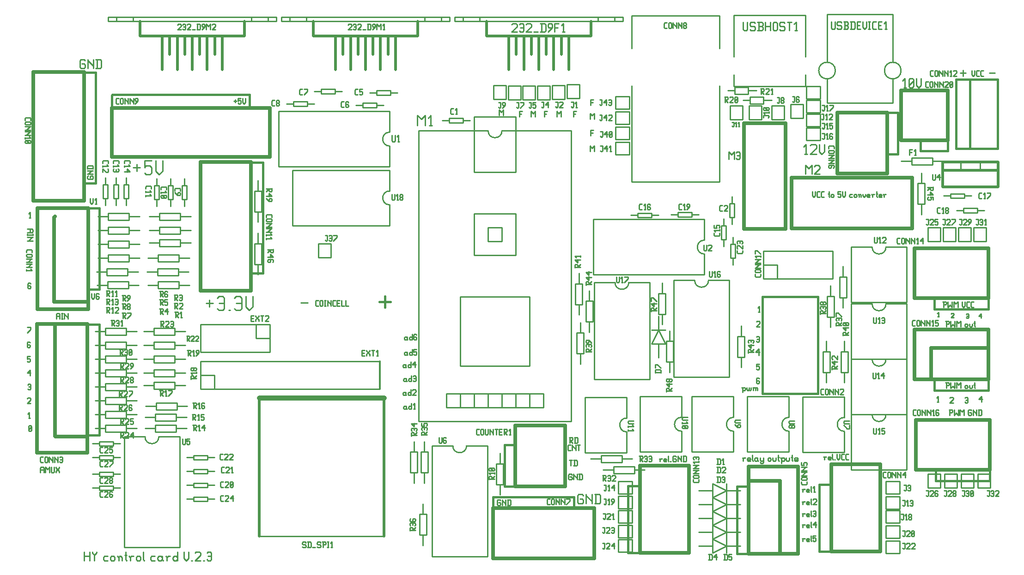
<source format=gbr>
G04 start of page 8 for group -4079 idx -4079 *
G04 Title: controlboard_2.3, topsilk *
G04 Creator: pcb.exe 20130205 *
G04 CreationDate: 26.2.2018 13.50.51 UTC *
G04 Format: Gerber/RS-274X *
G04 PCB-Dimensions (mm): 183.00 105.00 *
G04 PCB-Coordinate-Origin: lower left *
%MOMM*%
%FSLAX43Y43*%
%LNTOPSILK*%
%ADD1130C,0.889*%
%ADD1129C,0.300*%
%ADD1128C,0.381*%
%ADD1127C,0.508*%
%ADD1126C,0.435*%
%ADD1125C,0.254*%
%ADD1124C,0.258*%
%ADD1123C,0.408*%
%ADD1122C,0.256*%
%ADD1121C,0.250*%
%ADD1120C,0.635*%
G54D1120*X6731Y46834D02*Y26387D01*
X6858Y26260D01*
X12700D01*
X177800Y42516D02*X167259D01*
Y36801D01*
X6858Y46961D02*X6731Y46834D01*
Y66646D02*X6604Y66519D01*
Y51152D01*
Y51025D02*X12700D01*
X139573Y5178D02*Y18132D01*
X134112D01*
G54D1121*X143764Y16481D02*Y16100D01*
Y16481D02*X143891Y16608D01*
X144145D01*
X143637D02*X143764Y16481D01*
X144577Y16100D02*X144958D01*
X144450Y16227D02*X144577Y16100D01*
X144450Y16481D02*Y16227D01*
Y16481D02*X144577Y16608D01*
X144831D01*
X144958Y16481D01*
X144450Y16354D02*X144958D01*
Y16481D02*Y16354D01*
X145263Y17116D02*Y16227D01*
X145390Y16100D01*
X145771D02*X146025D01*
X145898Y17116D02*Y16100D01*
X145644Y16862D02*X145898Y17116D01*
X143764Y14195D02*Y13814D01*
Y14195D02*X143891Y14322D01*
X144145D01*
X143637D02*X143764Y14195D01*
X144577Y13814D02*X144958D01*
X144450Y13941D02*X144577Y13814D01*
X144450Y14195D02*Y13941D01*
Y14195D02*X144577Y14322D01*
X144831D01*
X144958Y14195D01*
X144450Y14068D02*X144958D01*
Y14195D02*Y14068D01*
X145263Y14830D02*Y13941D01*
X145390Y13814D01*
X145644Y14703D02*X145771Y14830D01*
X146152D01*
X146279Y14703D01*
Y14449D01*
X145644Y13814D02*X146279Y14449D01*
X145644Y13814D02*X146279D01*
X143764Y12036D02*Y11655D01*
Y12036D02*X143891Y12163D01*
X144145D01*
X143637D02*X143764Y12036D01*
X144577Y11655D02*X144958D01*
X144450Y11782D02*X144577Y11655D01*
X144450Y12036D02*Y11782D01*
Y12036D02*X144577Y12163D01*
X144831D01*
X144958Y12036D01*
X144450Y11909D02*X144958D01*
Y12036D02*Y11909D01*
X145263Y12671D02*Y11782D01*
X145390Y11655D01*
X145644Y12544D02*X145771Y12671D01*
X146025D01*
X146152Y12544D01*
Y11782D01*
X146025Y11655D02*X146152Y11782D01*
X145771Y11655D02*X146025D01*
X145644Y11782D02*X145771Y11655D01*
Y12163D02*X146152D01*
X143764Y10004D02*Y9623D01*
Y10004D02*X143891Y10131D01*
X144145D01*
X143637D02*X143764Y10004D01*
X144577Y9623D02*X144958D01*
X144450Y9750D02*X144577Y9623D01*
X144450Y10004D02*Y9750D01*
Y10004D02*X144577Y10131D01*
X144831D01*
X144958Y10004D01*
X144450Y9877D02*X144958D01*
Y10004D02*Y9877D01*
X145263Y10639D02*Y9750D01*
X145390Y9623D01*
X145644Y10131D02*X146152Y10639D01*
X145644Y10131D02*X146279D01*
X146152Y10639D02*Y9623D01*
X143764Y7464D02*Y7083D01*
Y7464D02*X143891Y7591D01*
X144145D01*
X143637D02*X143764Y7464D01*
X144577Y7083D02*X144958D01*
X144450Y7210D02*X144577Y7083D01*
X144450Y7464D02*Y7210D01*
Y7464D02*X144577Y7591D01*
X144831D01*
X144958Y7464D01*
X144450Y7337D02*X144958D01*
Y7464D02*Y7337D01*
X145263Y8099D02*Y7210D01*
X145390Y7083D01*
X145644Y8099D02*X146152D01*
X145644D02*Y7591D01*
X145771Y7718D01*
X146025D01*
X146152Y7591D01*
Y7210D01*
X146025Y7083D02*X146152Y7210D01*
X145771Y7083D02*X146025D01*
X145644Y7210D02*X145771Y7083D01*
X117602Y22069D02*Y21688D01*
Y22069D02*X117729Y22196D01*
X117983D01*
X117475D02*X117602Y22069D01*
X118415Y21688D02*X118796D01*
X118288Y21815D02*X118415Y21688D01*
X118288Y22069D02*Y21815D01*
Y22069D02*X118415Y22196D01*
X118669D01*
X118796Y22069D01*
X118288Y21942D02*X118796D01*
Y22069D02*Y21942D01*
X119101Y22704D02*Y21815D01*
X119228Y21688D01*
X119482D02*X119609D01*
X120421Y22704D02*X120548Y22577D01*
X120040Y22704D02*X120421D01*
X119913Y22577D02*X120040Y22704D01*
X119913Y22577D02*Y21815D01*
X120040Y21688D01*
X120421D01*
X120548Y21815D01*
Y22069D02*Y21815D01*
X120421Y22196D02*X120548Y22069D01*
X120167Y22196D02*X120421D01*
X120853Y22704D02*Y21688D01*
Y22704D02*Y22577D01*
X121488Y21942D01*
Y22704D02*Y21688D01*
X121920Y22704D02*Y21688D01*
X122301Y22704D02*X122428Y22577D01*
Y21815D01*
X122301Y21688D02*X122428Y21815D01*
X121793Y21688D02*X122301D01*
X121793Y22704D02*X122301D01*
X147701Y22450D02*Y22069D01*
Y22450D02*X147828Y22577D01*
X148082D01*
X147574D02*X147701Y22450D01*
X148514Y22069D02*X148895D01*
X148387Y22196D02*X148514Y22069D01*
X148387Y22450D02*Y22196D01*
Y22450D02*X148514Y22577D01*
X148768D01*
X148895Y22450D01*
X148387Y22323D02*X148895D01*
Y22450D02*Y22323D01*
X149200Y23085D02*Y22196D01*
X149327Y22069D01*
X149581D02*X149708D01*
X150012Y23085D02*Y22323D01*
X150266Y22069D01*
X150520Y22323D01*
Y23085D02*Y22323D01*
X150952Y22069D02*X151333D01*
X150825Y22196D02*X150952Y22069D01*
X150825Y22958D02*Y22196D01*
Y22958D02*X150952Y23085D01*
X151333D01*
X151765Y22069D02*X152146D01*
X151638Y22196D02*X151765Y22069D01*
X151638Y22958D02*Y22196D01*
Y22958D02*X151765Y23085D01*
X152146D01*
X132855Y22234D02*Y21815D01*
Y22234D02*X132994Y22374D01*
X133274D01*
X132715D02*X132855Y22234D01*
X133749Y21815D02*X134168D01*
X133609Y21955D02*X133749Y21815D01*
X133609Y22234D02*Y21955D01*
Y22234D02*X133749Y22374D01*
X134028D01*
X134168Y22234D01*
X133609Y22094D02*X134168D01*
Y22234D02*Y22094D01*
X134503Y22933D02*Y21955D01*
X134643Y21815D01*
X135341Y22374D02*X135481Y22234D01*
X135062Y22374D02*X135341D01*
X134922Y22234D02*X135062Y22374D01*
X134922Y22234D02*Y21955D01*
X135062Y21815D01*
X135481Y22374D02*Y21955D01*
X135621Y21815D01*
X135062D02*X135341D01*
X135481Y21955D01*
X135956Y22374D02*Y21955D01*
X136096Y21815D01*
X136515Y22374D02*Y21536D01*
X136375Y21396D02*X136515Y21536D01*
X136096Y21396D02*X136375D01*
X135956Y21536D02*X136096Y21396D01*
Y21815D02*X136375D01*
X136515Y21955D01*
X137353Y22234D02*Y21955D01*
Y22234D02*X137493Y22374D01*
X137772D01*
X137912Y22234D01*
Y21955D01*
X137772Y21815D02*X137912Y21955D01*
X137493Y21815D02*X137772D01*
X137353Y21955D02*X137493Y21815D01*
X138247Y22374D02*Y21955D01*
X138387Y21815D01*
X138666D01*
X138806Y21955D01*
Y22374D02*Y21955D01*
X139281Y22933D02*Y21955D01*
X139421Y21815D01*
X139141Y22514D02*X139421D01*
X139840Y22234D02*Y21396D01*
X139700Y22374D02*X139840Y22234D01*
X139979Y22374D01*
X140259D01*
X140399Y22234D01*
Y21955D01*
X140259Y21815D02*X140399Y21955D01*
X139979Y21815D02*X140259D01*
X139840Y21955D02*X139979Y21815D01*
X140734Y22374D02*Y21955D01*
X140873Y21815D01*
X141153D01*
X141293Y21955D01*
Y22374D02*Y21955D01*
X141768Y22933D02*Y21955D01*
X141907Y21815D01*
X141628Y22514D02*X141907D01*
X142326Y21815D02*X142745D01*
X142885Y21955D01*
X142745Y22094D02*X142885Y21955D01*
X142326Y22094D02*X142745D01*
X142187Y22234D02*X142326Y22094D01*
X142187Y22234D02*X142326Y22374D01*
X142745D01*
X142885Y22234D01*
X142187Y21955D02*X142326Y21815D01*
X103332Y15678D02*X103543Y15468D01*
X102700Y15678D02*X103332D01*
X102489Y15468D02*X102700Y15678D01*
X102489Y15468D02*Y14203D01*
X102700Y13992D01*
X103332D01*
X103543Y14203D01*
Y14624D02*Y14203D01*
X103332Y14835D02*X103543Y14624D01*
X102911Y14835D02*X103332D01*
X104049Y15678D02*Y13992D01*
Y15678D02*Y15468D01*
X105103Y14413D01*
Y15678D02*Y13992D01*
X105820Y15678D02*Y13992D01*
X106452Y15678D02*X106663Y15468D01*
Y14203D01*
X106452Y13992D02*X106663Y14203D01*
X105609Y13992D02*X106452D01*
X105609Y15678D02*X106452D01*
X101346Y19402D02*X101473Y19275D01*
X100965Y19402D02*X101346D01*
X100838Y19275D02*X100965Y19402D01*
X100838Y19275D02*Y18513D01*
X100965Y18386D01*
X101346D01*
X101473Y18513D01*
Y18767D02*Y18513D01*
X101346Y18894D02*X101473Y18767D01*
X101092Y18894D02*X101346D01*
X101778Y19402D02*Y18386D01*
Y19402D02*Y19275D01*
X102413Y18640D01*
Y19402D02*Y18386D01*
X102845Y19402D02*Y18386D01*
X103226Y19402D02*X103353Y19275D01*
Y18513D01*
X103226Y18386D02*X103353Y18513D01*
X102718Y18386D02*X103226D01*
X102718Y19402D02*X103226D01*
X100838Y23720D02*X101219D01*
X100711Y23847D02*X100838Y23720D01*
X100711Y24609D02*Y23847D01*
Y24609D02*X100838Y24736D01*
X101219D01*
X101524D02*Y23720D01*
Y24736D02*Y24609D01*
X102159Y23974D01*
Y24736D02*Y23720D01*
X102464Y24736D02*X102972D01*
X102718D02*Y23720D01*
X100965Y26133D02*X101473D01*
X101600Y26006D01*
Y25752D01*
X101473Y25625D02*X101600Y25752D01*
X101092Y25625D02*X101473D01*
X101092Y26133D02*Y25117D01*
Y25625D02*X101600Y25117D01*
X102032Y26133D02*Y25117D01*
X102413Y26133D02*X102540Y26006D01*
Y25244D01*
X102413Y25117D02*X102540Y25244D01*
X101905Y25117D02*X102413D01*
X101905Y26133D02*X102413D01*
X100965Y21942D02*X101473D01*
X101219D02*Y20926D01*
X101905Y21942D02*Y20926D01*
X102286Y21942D02*X102413Y21815D01*
Y21053D01*
X102286Y20926D02*X102413Y21053D01*
X101778Y20926D02*X102286D01*
X101778Y21942D02*X102286D01*
X88265Y14703D02*X88392Y14576D01*
X87884Y14703D02*X88265D01*
X87757Y14576D02*X87884Y14703D01*
X87757Y14576D02*Y13814D01*
X87884Y13687D01*
X88265D01*
X88392Y13814D01*
Y14068D02*Y13814D01*
X88265Y14195D02*X88392Y14068D01*
X88011Y14195D02*X88265D01*
X88697Y14703D02*Y13687D01*
Y14703D02*Y14576D01*
X89332Y13941D01*
Y14703D02*Y13687D01*
X89764Y14703D02*Y13687D01*
X90145Y14703D02*X90272Y14576D01*
Y13814D01*
X90145Y13687D02*X90272Y13814D01*
X89637Y13687D02*X90145D01*
X89637Y14703D02*X90145D01*
X135636Y49120D02*X135890D01*
X135763Y50136D02*Y49120D01*
X135509Y49882D02*X135763Y50136D01*
X135255Y47342D02*X135382Y47469D01*
X135763D01*
X135890Y47342D01*
Y47088D01*
X135255Y46453D02*X135890Y47088D01*
X135255Y46453D02*X135890D01*
X135255Y44548D02*X135382Y44675D01*
X135636D01*
X135763Y44548D01*
Y43786D01*
X135636Y43659D02*X135763Y43786D01*
X135382Y43659D02*X135636D01*
X135255Y43786D02*X135382Y43659D01*
Y44167D02*X135763D01*
X135128Y41759D02*X135717Y42348D01*
X135128Y41759D02*X135865D01*
X135717Y42348D02*Y41170D01*
X135255Y39595D02*X135763D01*
X135255D02*Y39087D01*
X135382Y39214D01*
X135636D01*
X135763Y39087D01*
Y38706D01*
X135636Y38579D02*X135763Y38706D01*
X135382Y38579D02*X135636D01*
X135255Y38706D02*X135382Y38579D01*
X135636Y37055D02*X135763Y36928D01*
X135382Y37055D02*X135636D01*
X135255Y36928D02*X135382Y37055D01*
X135255Y36928D02*Y36166D01*
X135382Y36039D01*
X135636Y36547D02*X135763Y36420D01*
X135255Y36547D02*X135636D01*
X135382Y36039D02*X135636D01*
X135763Y36166D01*
Y36420D02*Y36166D01*
X132715Y35150D02*Y34388D01*
X132588Y35277D02*X132715Y35150D01*
X132842Y35277D01*
X133096D01*
X133223Y35150D01*
Y34896D01*
X133096Y34769D02*X133223Y34896D01*
X132842Y34769D02*X133096D01*
X132715Y34896D02*X132842Y34769D01*
X133528Y35277D02*Y34896D01*
X133655Y34769D01*
X133782D01*
X133909Y34896D01*
Y35277D02*Y34896D01*
X134036Y34769D01*
X134163D01*
X134290Y34896D01*
Y35277D02*Y34896D01*
X134722Y35150D02*Y34769D01*
Y35150D02*X134849Y35277D01*
X134976D01*
X135103Y35150D01*
Y34769D01*
Y35150D02*X135230Y35277D01*
X135357D01*
X135484Y35150D01*
Y34769D01*
X134595Y35277D02*X134722Y35150D01*
X173736Y48700D02*X173834Y48797D01*
X174029D01*
X174127Y48700D01*
Y48113D01*
X174029Y48015D02*X174127Y48113D01*
X173834Y48015D02*X174029D01*
X173736Y48113D02*X173834Y48015D01*
Y48406D02*X174127D01*
X168402Y32610D02*X168656D01*
X168529Y33626D02*Y32610D01*
X168275Y33372D02*X168529Y33626D01*
X170688Y33372D02*X170815Y33499D01*
X171196D01*
X171323Y33372D01*
Y33118D01*
X170688Y32483D02*X171323Y33118D01*
X170688Y32483D02*X171323D01*
X170053Y36166D02*Y35150D01*
X169926Y36166D02*X170434D01*
X170561Y36039D01*
Y35785D01*
X170434Y35658D02*X170561Y35785D01*
X170053Y35658D02*X170434D01*
X170866Y36166D02*Y35150D01*
X171247Y35531D01*
X171628Y35150D01*
Y36166D02*Y35150D01*
X171933Y36166D02*Y35150D01*
Y36166D02*X172314Y35785D01*
X172695Y36166D01*
Y35150D01*
X173457Y35531D02*Y35277D01*
Y35531D02*X173584Y35658D01*
X173838D01*
X173965Y35531D01*
Y35277D01*
X173838Y35150D02*X173965Y35277D01*
X173584Y35150D02*X173838D01*
X173457Y35277D02*X173584Y35150D01*
X174269Y35658D02*Y35277D01*
X174396Y35150D01*
X174650D01*
X174777Y35277D01*
Y35658D02*Y35277D01*
X175209Y36166D02*Y35277D01*
X175336Y35150D01*
X175082Y35785D02*X175336D01*
X173482Y33372D02*X173609Y33499D01*
X173863D01*
X173990Y33372D01*
Y32610D01*
X173863Y32483D02*X173990Y32610D01*
X173609Y32483D02*X173863D01*
X173482Y32610D02*X173609Y32483D01*
Y32991D02*X173990D01*
X170687Y31216D02*Y30210D01*
X170561Y31216D02*X171064D01*
X171190Y31090D01*
Y30838D01*
X171064Y30713D02*X171190Y30838D01*
X170687Y30713D02*X171064D01*
X171491Y31216D02*Y30210D01*
X171869Y30587D01*
X172246Y30210D01*
Y31216D02*Y30210D01*
X172548Y31216D02*Y30210D01*
Y31216D02*X172925Y30838D01*
X173302Y31216D01*
Y30210D01*
X174559Y31216D02*X174685Y31090D01*
X174182Y31216D02*X174559D01*
X174056Y31090D02*X174182Y31216D01*
X174056Y31090D02*Y30335D01*
X174182Y30210D01*
X174559D01*
X174685Y30335D01*
Y30587D02*Y30335D01*
X174559Y30713D02*X174685Y30587D01*
X174308Y30713D02*X174559D01*
X174987Y31216D02*Y30210D01*
Y31216D02*Y31090D01*
X175615Y30461D01*
Y31216D02*Y30210D01*
X176043Y31216D02*Y30210D01*
X176420Y31216D02*X176546Y31090D01*
Y30335D01*
X176420Y30210D02*X176546Y30335D01*
X175917Y30210D02*X176420D01*
X175917Y31216D02*X176420D01*
X176022Y33118D02*X176530Y33626D01*
X176022Y33118D02*X176657D01*
X176530Y33626D02*Y32610D01*
X176022Y48406D02*X176413Y48797D01*
X176022Y48406D02*X176511D01*
X176413Y48797D02*Y48015D01*
X172593Y92978D02*X173665D01*
X173129Y93514D02*Y92442D01*
X174752Y93443D02*Y92681D01*
X175006Y92427D01*
X175260Y92681D01*
Y93443D02*Y92681D01*
X175692Y92427D02*X176073D01*
X175565Y92554D02*X175692Y92427D01*
X175565Y93316D02*Y92554D01*
Y93316D02*X175692Y93443D01*
X176073D01*
X176505Y92427D02*X176886D01*
X176378Y92554D02*X176505Y92427D01*
X176378Y93316D02*Y92554D01*
Y93316D02*X176505Y93443D01*
X176886D01*
X177927Y92993D02*X178989D01*
X168500Y48269D02*X168695D01*
X168598Y49051D02*Y48269D01*
X168402Y48856D02*X168598Y49051D01*
X170942Y48830D02*X171039Y48927D01*
X171328D01*
X171425Y48830D01*
Y48637D01*
X170942Y48155D02*X171425Y48637D01*
X170942Y48155D02*X171425D01*
X169545Y51025D02*Y50009D01*
X169418Y51025D02*X169926D01*
X170053Y50898D01*
Y50644D01*
X169926Y50517D02*X170053Y50644D01*
X169545Y50517D02*X169926D01*
X170358Y51025D02*Y50009D01*
X170739Y50390D01*
X171120Y50009D01*
Y51025D02*Y50009D01*
X171425Y51025D02*Y50009D01*
Y51025D02*X171806Y50644D01*
X172187Y51025D01*
Y50009D01*
X172949Y51025D02*Y50263D01*
X173203Y50009D01*
X173457Y50263D01*
Y51025D02*Y50263D01*
X173888Y50009D02*X174269D01*
X173761Y50136D02*X173888Y50009D01*
X173761Y50898D02*Y50136D01*
Y50898D02*X173888Y51025D01*
X174269D01*
X174701Y50009D02*X175082D01*
X174574Y50136D02*X174701Y50009D01*
X174574Y50898D02*Y50136D01*
Y50898D02*X174701Y51025D01*
X175082D01*
X170053Y47469D02*Y46453D01*
X169926Y47469D02*X170434D01*
X170561Y47342D01*
Y47088D01*
X170434Y46961D02*X170561Y47088D01*
X170053Y46961D02*X170434D01*
X170866Y47469D02*Y46453D01*
X171247Y46834D01*
X171628Y46453D01*
Y47469D02*Y46453D01*
X171933Y47469D02*Y46453D01*
Y47469D02*X172314Y47088D01*
X172695Y47469D01*
Y46453D01*
X173457Y46834D02*Y46580D01*
Y46834D02*X173584Y46961D01*
X173838D01*
X173965Y46834D01*
Y46580D01*
X173838Y46453D02*X173965Y46580D01*
X173584Y46453D02*X173838D01*
X173457Y46580D02*X173584Y46453D01*
X174269Y46961D02*Y46580D01*
X174396Y46453D01*
X174650D01*
X174777Y46580D01*
Y46961D02*Y46580D01*
X175209Y47469D02*Y46580D01*
X175336Y46453D01*
X175082Y47088D02*X175336D01*
X91821Y85950D02*Y84934D01*
Y85950D02*X92329D01*
X91821Y85442D02*X92202D01*
X88138Y86204D02*Y85188D01*
Y86204D02*X88519Y85823D01*
X88900Y86204D01*
Y85188D01*
G54D1122*X21082Y75640D02*X22367D01*
X21725Y76283D02*Y74998D01*
X23138Y76925D02*X24424D01*
X23138D02*Y75640D01*
X23460Y75961D01*
X24102D01*
X24424Y75640D01*
Y74676D01*
X24102Y74355D02*X24424Y74676D01*
X23460Y74355D02*X24102D01*
X23138Y74676D02*X23460Y74355D01*
X25195Y76925D02*Y74998D01*
X25837Y74355D01*
X26480Y74998D01*
Y76925D02*Y74998D01*
G54D1121*X39497Y87855D02*X40005D01*
X39751Y88109D02*Y87601D01*
X40310Y88363D02*X40818D01*
X40310D02*Y87855D01*
X40437Y87982D01*
X40691D01*
X40818Y87855D01*
Y87474D01*
X40691Y87347D02*X40818Y87474D01*
X40437Y87347D02*X40691D01*
X40310Y87474D02*X40437Y87347D01*
X41123Y88363D02*Y87601D01*
X41377Y87347D01*
X41631Y87601D01*
Y88363D02*Y87601D01*
X71120Y44548D02*X71247Y44421D01*
X70866Y44548D02*X71120D01*
X70739Y44421D02*X70866Y44548D01*
X70739Y44421D02*Y44167D01*
X70866Y44040D01*
X71247Y44548D02*Y44167D01*
X71374Y44040D01*
X70866D02*X71120D01*
X71247Y44167D01*
X72187Y45056D02*Y44040D01*
X72060D02*X72187Y44167D01*
X71806Y44040D02*X72060D01*
X71679Y44167D02*X71806Y44040D01*
X71679Y44421D02*Y44167D01*
Y44421D02*X71806Y44548D01*
X72060D01*
X72187Y44421D01*
X72873Y45056D02*X73000Y44929D01*
X72619Y45056D02*X72873D01*
X72492Y44929D02*X72619Y45056D01*
X72492Y44929D02*Y44167D01*
X72619Y44040D01*
X72873Y44548D02*X73000Y44421D01*
X72492Y44548D02*X72873D01*
X72619Y44040D02*X72873D01*
X73000Y44167D01*
Y44421D02*Y44167D01*
X71120Y41754D02*X71247Y41627D01*
X70866Y41754D02*X71120D01*
X70739Y41627D02*X70866Y41754D01*
X70739Y41627D02*Y41373D01*
X70866Y41246D01*
X71247Y41754D02*Y41373D01*
X71374Y41246D01*
X70866D02*X71120D01*
X71247Y41373D01*
X72187Y42262D02*Y41246D01*
X72060D02*X72187Y41373D01*
X71806Y41246D02*X72060D01*
X71679Y41373D02*X71806Y41246D01*
X71679Y41627D02*Y41373D01*
Y41627D02*X71806Y41754D01*
X72060D01*
X72187Y41627D01*
X72492Y42262D02*X73000D01*
X72492D02*Y41754D01*
X72619Y41881D01*
X72873D01*
X73000Y41754D01*
Y41373D01*
X72873Y41246D02*X73000Y41373D01*
X72619Y41246D02*X72873D01*
X72492Y41373D02*X72619Y41246D01*
X70866Y39468D02*X70993Y39341D01*
X70612Y39468D02*X70866D01*
X70485Y39341D02*X70612Y39468D01*
X70485Y39341D02*Y39087D01*
X70612Y38960D01*
X70993Y39468D02*Y39087D01*
X71120Y38960D01*
X70612D02*X70866D01*
X70993Y39087D01*
X71933Y39976D02*Y38960D01*
X71806D02*X71933Y39087D01*
X71552Y38960D02*X71806D01*
X71425Y39087D02*X71552Y38960D01*
X71425Y39341D02*Y39087D01*
Y39341D02*X71552Y39468D01*
X71806D01*
X71933Y39341D01*
X72238Y39468D02*X72746Y39976D01*
X72238Y39468D02*X72873D01*
X72746Y39976D02*Y38960D01*
X70993Y31848D02*X71120Y31721D01*
X70739Y31848D02*X70993D01*
X70612Y31721D02*X70739Y31848D01*
X70612Y31721D02*Y31467D01*
X70739Y31340D01*
X71120Y31848D02*Y31467D01*
X71247Y31340D01*
X70739D02*X70993D01*
X71120Y31467D01*
X72060Y32356D02*Y31340D01*
X71933D02*X72060Y31467D01*
X71679Y31340D02*X71933D01*
X71552Y31467D02*X71679Y31340D01*
X71552Y31721D02*Y31467D01*
Y31721D02*X71679Y31848D01*
X71933D01*
X72060Y31721D01*
X72492Y31340D02*X72746D01*
X72619Y32356D02*Y31340D01*
X72365Y32102D02*X72619Y32356D01*
X70993Y36928D02*X71120Y36801D01*
X70739Y36928D02*X70993D01*
X70612Y36801D02*X70739Y36928D01*
X70612Y36801D02*Y36547D01*
X70739Y36420D01*
X71120Y36928D02*Y36547D01*
X71247Y36420D01*
X70739D02*X70993D01*
X71120Y36547D01*
X72060Y37436D02*Y36420D01*
X71933D02*X72060Y36547D01*
X71679Y36420D02*X71933D01*
X71552Y36547D02*X71679Y36420D01*
X71552Y36801D02*Y36547D01*
Y36801D02*X71679Y36928D01*
X71933D01*
X72060Y36801D01*
X72365Y37309D02*X72492Y37436D01*
X72746D01*
X72873Y37309D01*
Y36547D01*
X72746Y36420D02*X72873Y36547D01*
X72492Y36420D02*X72746D01*
X72365Y36547D02*X72492Y36420D01*
Y36928D02*X72873D01*
X70866Y34388D02*X70993Y34261D01*
X70612Y34388D02*X70866D01*
X70485Y34261D02*X70612Y34388D01*
X70485Y34261D02*Y34007D01*
X70612Y33880D01*
X70993Y34388D02*Y34007D01*
X71120Y33880D01*
X70612D02*X70866D01*
X70993Y34007D01*
X71933Y34896D02*Y33880D01*
X71806D02*X71933Y34007D01*
X71552Y33880D02*X71806D01*
X71425Y34007D02*X71552Y33880D01*
X71425Y34261D02*Y34007D01*
Y34261D02*X71552Y34388D01*
X71806D01*
X71933Y34261D01*
X72238Y34769D02*X72365Y34896D01*
X72746D01*
X72873Y34769D01*
Y34515D01*
X72238Y33880D02*X72873Y34515D01*
X72238Y33880D02*X72873D01*
G54D1122*X51816Y50875D02*X53101D01*
G54D1123*X66167Y51002D02*X68214D01*
X67191Y52026D02*Y49979D01*
G54D1121*X93980Y85950D02*Y84934D01*
Y85950D02*X94361Y85569D01*
X94742Y85950D01*
Y84934D01*
X96393Y85950D02*Y84934D01*
Y85950D02*X96901D01*
X96393Y85442D02*X96774D01*
X98679Y85950D02*Y84934D01*
Y85950D02*X99060Y85569D01*
X99441Y85950D01*
Y84934D01*
X101727Y85950D02*Y84934D01*
Y85950D02*X102235D01*
X101727Y85442D02*X102108D01*
X104902Y82521D02*Y81505D01*
Y82521D02*X105410D01*
X104902Y82013D02*X105283D01*
X104775Y79600D02*Y78584D01*
Y79600D02*X105156Y79219D01*
X105537Y79600D01*
Y78584D01*
X104775Y85569D02*Y84553D01*
Y85569D02*X105156Y85188D01*
X105537Y85569D01*
Y84553D01*
X144118Y78089D02*X144573D01*
X144346Y79907D02*Y78089D01*
X143891Y79453D02*X144346Y79907D01*
X145119Y79680D02*X145346Y79907D01*
X146028D01*
X146255Y79680D01*
Y79225D01*
X145119Y78089D02*X146255Y79225D01*
X145119Y78089D02*X146255D01*
X146801Y79907D02*Y78543D01*
X147255Y78089D01*
X147710Y78543D01*
Y79907D02*Y78543D01*
X162263Y90319D02*X162684D01*
X162474Y92005D02*Y90319D01*
X162052Y91584D02*X162474Y92005D01*
X163190Y90530D02*X163401Y90319D01*
X163190Y91795D02*Y90530D01*
Y91795D02*X163401Y92005D01*
X163823D01*
X164034Y91795D01*
Y90530D01*
X163823Y90319D02*X164034Y90530D01*
X163401Y90319D02*X163823D01*
X163190Y90740D02*X164034Y91584D01*
X164540Y92005D02*Y90740D01*
X164961Y90319D01*
X165383Y90740D01*
Y92005D02*Y90740D01*
X145542Y71218D02*Y70456D01*
X145796Y70202D01*
X146050Y70456D01*
Y71218D02*Y70456D01*
X146482Y70202D02*X146863D01*
X146355Y70329D02*X146482Y70202D01*
X146355Y71091D02*Y70329D01*
Y71091D02*X146482Y71218D01*
X146863D01*
X147295Y70202D02*X147676D01*
X147168Y70329D02*X147295Y70202D01*
X147168Y71091D02*Y70329D01*
Y71091D02*X147295Y71218D01*
X147676D01*
X148565D02*Y70329D01*
X148692Y70202D01*
X148438Y70837D02*X148692D01*
X148946Y70583D02*Y70329D01*
Y70583D02*X149073Y70710D01*
X149327D01*
X149454Y70583D01*
Y70329D01*
X149327Y70202D02*X149454Y70329D01*
X149073Y70202D02*X149327D01*
X148946Y70329D02*X149073Y70202D01*
X150216Y71218D02*X150724D01*
X150216D02*Y70710D01*
X150343Y70837D01*
X150597D01*
X150724Y70710D01*
Y70329D01*
X150597Y70202D02*X150724Y70329D01*
X150343Y70202D02*X150597D01*
X150216Y70329D02*X150343Y70202D01*
X151028Y71218D02*Y70456D01*
X151282Y70202D01*
X151536Y70456D01*
Y71218D02*Y70456D01*
X152425Y70710D02*X152806D01*
X152298Y70583D02*X152425Y70710D01*
X152298Y70583D02*Y70329D01*
X152425Y70202D01*
X152806D01*
X153111Y70583D02*Y70329D01*
Y70583D02*X153238Y70710D01*
X153492D01*
X153619Y70583D01*
Y70329D01*
X153492Y70202D02*X153619Y70329D01*
X153238Y70202D02*X153492D01*
X153111Y70329D02*X153238Y70202D01*
X154051Y70583D02*Y70202D01*
Y70583D02*X154178Y70710D01*
X154305D01*
X154432Y70583D01*
Y70202D01*
X153924Y70710D02*X154051Y70583D01*
X154737Y70710D02*Y70456D01*
X154991Y70202D01*
X155245Y70456D01*
Y70710D02*Y70456D01*
X155677Y70202D02*X156058D01*
X155550Y70329D02*X155677Y70202D01*
X155550Y70583D02*Y70329D01*
Y70583D02*X155677Y70710D01*
X155931D01*
X156058Y70583D01*
X155550Y70456D02*X156058D01*
Y70583D02*Y70456D01*
X156489Y70583D02*Y70202D01*
Y70583D02*X156616Y70710D01*
X156870D01*
X156362D02*X156489Y70583D01*
X157302Y71218D02*Y70329D01*
X157429Y70202D01*
X157175Y70837D02*X157429D01*
X157810Y70202D02*X158191D01*
X157683Y70329D02*X157810Y70202D01*
X157683Y70583D02*Y70329D01*
Y70583D02*X157810Y70710D01*
X158064D01*
X158191Y70583D01*
X157683Y70456D02*X158191D01*
Y70583D02*Y70456D01*
X158623Y70583D02*Y70202D01*
Y70583D02*X158750Y70710D01*
X159004D01*
X158496D02*X158623Y70583D01*
X104902Y88109D02*Y87093D01*
Y88109D02*X105410D01*
X104902Y87601D02*X105283D01*
X1905Y29689D02*X2159D01*
X2032Y30705D02*Y29689D01*
X1778Y30451D02*X2032Y30705D01*
X1651Y33245D02*X1778Y33372D01*
X2159D01*
X2286Y33245D01*
Y32991D01*
X1651Y32356D02*X2286Y32991D01*
X1651Y32356D02*X2286D01*
X1778Y35785D02*X1905Y35912D01*
X2159D01*
X2286Y35785D01*
Y35023D01*
X2159Y34896D02*X2286Y35023D01*
X1905Y34896D02*X2159D01*
X1778Y35023D02*X1905Y34896D01*
Y35404D02*X2286D01*
X1651Y37944D02*X2159Y38452D01*
X1651Y37944D02*X2286D01*
X2159Y38452D02*Y37436D01*
X1651Y40992D02*X2159D01*
X1651D02*Y40484D01*
X1778Y40611D01*
X2032D01*
X2159Y40484D01*
Y40103D01*
X2032Y39976D02*X2159Y40103D01*
X1778Y39976D02*X2032D01*
X1651Y40103D02*X1778Y39976D01*
X2032Y43659D02*X2159Y43532D01*
X1778Y43659D02*X2032D01*
X1651Y43532D02*X1778Y43659D01*
X1651Y43532D02*Y42770D01*
X1778Y42643D01*
X2032Y43151D02*X2159Y43024D01*
X1651Y43151D02*X2032D01*
X1778Y42643D02*X2032D01*
X2159Y42770D01*
Y43024D02*Y42770D01*
X4064Y20545D02*Y19656D01*
Y20545D02*X4191Y20672D01*
X4572D01*
X4699Y20545D01*
Y19656D01*
X4064Y20164D02*X4699D01*
X5004Y20672D02*Y19656D01*
Y20672D02*X5385Y20291D01*
X5766Y20672D01*
Y19656D01*
X6071Y20672D02*Y19783D01*
X6198Y19656D01*
X6452D01*
X6579Y19783D01*
Y20672D02*Y19783D01*
X6883Y20672D02*Y20545D01*
X7518Y19910D01*
Y19656D01*
X6883Y19910D02*Y19656D01*
Y19910D02*X7518Y20545D01*
Y20672D02*Y20545D01*
X12065Y5153D02*Y3527D01*
X13081Y5153D02*Y3527D01*
X12065Y4340D02*X13081D01*
X13569Y5153D02*Y4949D01*
X13975Y4543D01*
X14381Y4949D01*
Y5153D02*Y4949D01*
X13975Y4543D02*Y3527D01*
X15804Y4340D02*X16413D01*
X15601Y4137D02*X15804Y4340D01*
X15601Y4137D02*Y3730D01*
X15804Y3527D01*
X16413D01*
X16901Y4137D02*Y3730D01*
Y4137D02*X17104Y4340D01*
X17511D01*
X17714Y4137D01*
Y3730D01*
X17511Y3527D02*X17714Y3730D01*
X17104Y3527D02*X17511D01*
X16901Y3730D02*X17104Y3527D01*
X18405Y4137D02*Y3527D01*
Y4137D02*X18608Y4340D01*
X18811D01*
X19014Y4137D01*
Y3527D01*
X18202Y4340D02*X18405Y4137D01*
X19705Y5153D02*Y3730D01*
X19909Y3527D01*
X19502Y4543D02*X19909D01*
X20518Y4137D02*Y3527D01*
Y4137D02*X20721Y4340D01*
X21128D01*
X20315D02*X20518Y4137D01*
X21615D02*Y3730D01*
Y4137D02*X21819Y4340D01*
X22225D01*
X22428Y4137D01*
Y3730D01*
X22225Y3527D02*X22428Y3730D01*
X21819Y3527D02*X22225D01*
X21615Y3730D02*X21819Y3527D01*
X22916Y5153D02*Y3730D01*
X23119Y3527D01*
X24460Y4340D02*X25070D01*
X24257Y4137D02*X24460Y4340D01*
X24257Y4137D02*Y3730D01*
X24460Y3527D01*
X25070D01*
X26167Y4340D02*X26370Y4137D01*
X25761Y4340D02*X26167D01*
X25557Y4137D02*X25761Y4340D01*
X25557Y4137D02*Y3730D01*
X25761Y3527D01*
X26370Y4340D02*Y3730D01*
X26573Y3527D01*
X25761D02*X26167D01*
X26370Y3730D01*
X27264Y4137D02*Y3527D01*
Y4137D02*X27468Y4340D01*
X27874D01*
X27061D02*X27264Y4137D01*
X29174Y5153D02*Y3527D01*
X28971D02*X29174Y3730D01*
X28565Y3527D02*X28971D01*
X28362Y3730D02*X28565Y3527D01*
X28362Y4137D02*Y3730D01*
Y4137D02*X28565Y4340D01*
X28971D01*
X29174Y4137D01*
X30394Y5153D02*Y3933D01*
X30800Y3527D01*
X31206Y3933D01*
Y5153D02*Y3933D01*
X31694Y3527D02*X31897D01*
X32385Y4949D02*X32588Y5153D01*
X33198D01*
X33401Y4949D01*
Y4543D01*
X32385Y3527D02*X33401Y4543D01*
X32385Y3527D02*X33401D01*
X33889D02*X34092D01*
X34580Y4949D02*X34783Y5153D01*
X35189D01*
X35392Y4949D01*
Y3730D01*
X35189Y3527D02*X35392Y3730D01*
X34783Y3527D02*X35189D01*
X34580Y3730D02*X34783Y3527D01*
Y4340D02*X35392D01*
X1905Y27403D02*X2032Y27276D01*
X1905Y28165D02*Y27403D01*
Y28165D02*X2032Y28292D01*
X2286D01*
X2413Y28165D01*
Y27403D01*
X2286Y27276D02*X2413Y27403D01*
X2032Y27276D02*X2286D01*
X1905Y27530D02*X2413Y28038D01*
X1651Y45310D02*X2286Y45945D01*
Y46326D02*Y45945D01*
X1651Y46326D02*X2286D01*
G54D1124*X34417Y50741D02*X35707D01*
X35062Y51386D02*Y50095D01*
X36482Y51708D02*X36804Y52031D01*
X37449D01*
X37772Y51708D01*
Y49773D01*
X37449Y49450D02*X37772Y49773D01*
X36804Y49450D02*X37449D01*
X36482Y49773D02*X36804Y49450D01*
Y50741D02*X37772D01*
X38546Y49450D02*X38869D01*
X39643Y51708D02*X39965Y52031D01*
X40611D01*
X40933Y51708D01*
Y49773D01*
X40611Y49450D02*X40933Y49773D01*
X39965Y49450D02*X40611D01*
X39643Y49773D02*X39965Y49450D01*
Y50741D02*X40933D01*
X41707Y52031D02*Y50095D01*
X42352Y49450D01*
X42998Y50095D01*
Y52031D02*Y50095D01*
G54D1121*X6985Y48739D02*Y47850D01*
Y48739D02*X7112Y48866D01*
X7493D01*
X7620Y48739D01*
Y47850D01*
X6985Y48358D02*X7620D01*
X7925Y48866D02*X8179D01*
X8052D02*Y47850D01*
X7925D02*X8179D01*
X8484Y48866D02*Y47850D01*
Y48866D02*Y48739D01*
X9119Y48104D01*
Y48866D02*Y47850D01*
X13462Y52549D02*Y51787D01*
X13716Y51533D01*
X13970Y51787D01*
Y52549D02*Y51787D01*
X14656Y52549D02*X14783Y52422D01*
X14402Y52549D02*X14656D01*
X14275Y52422D02*X14402Y52549D01*
X14275Y52422D02*Y51660D01*
X14402Y51533D01*
X14656Y52041D02*X14783Y51914D01*
X14275Y52041D02*X14656D01*
X14402Y51533D02*X14656D01*
X14783Y51660D01*
Y51914D02*Y51660D01*
X2159Y54454D02*X2286Y54327D01*
X1905Y54454D02*X2159D01*
X1778Y54327D02*X1905Y54454D01*
X1778Y54327D02*Y53565D01*
X1905Y53438D01*
X2159Y53946D02*X2286Y53819D01*
X1778Y53946D02*X2159D01*
X1905Y53438D02*X2159D01*
X2286Y53565D01*
Y53819D02*Y53565D01*
X12095Y95460D02*X12294Y95262D01*
X11501Y95460D02*X12095D01*
X11303Y95262D02*X11501Y95460D01*
X11303Y95262D02*Y94073D01*
X11501Y93875D01*
X12095D01*
X12294Y94073D01*
Y94469D02*Y94073D01*
X12095Y94667D02*X12294Y94469D01*
X11699Y94667D02*X12095D01*
X12769Y95460D02*Y93875D01*
Y95460D02*Y95262D01*
X13760Y94271D01*
Y95460D02*Y93875D01*
X14433Y95460D02*Y93875D01*
X15028Y95460D02*X15226Y95262D01*
Y94073D01*
X15028Y93875D02*X15226Y94073D01*
X14235Y93875D02*X15028D01*
X14235Y95460D02*X15028D01*
X13208Y69948D02*Y69186D01*
X13462Y68932D01*
X13716Y69186D01*
Y69948D02*Y69186D01*
X14148Y68932D02*X14402D01*
X14275Y69948D02*Y68932D01*
X14021Y69694D02*X14275Y69948D01*
X12700Y74012D02*X12827Y74139D01*
X12700Y74012D02*Y73631D01*
X12827Y73504D02*X12700Y73631D01*
X12827Y73504D02*X13589D01*
X13716Y73631D01*
Y74012D02*Y73631D01*
Y74012D02*X13589Y74139D01*
X13335D02*X13589D01*
X13208Y74012D02*X13335Y74139D01*
X13208Y74012D02*Y73758D01*
X12700Y74444D02*X13716D01*
X12700D02*X12827D01*
X13462Y75079D01*
X12700D02*X13716D01*
X12700Y75511D02*X13716D01*
X12700Y75892D02*X12827Y76019D01*
X13589D01*
X13716Y75892D02*X13589Y76019D01*
X13716Y75892D02*Y75384D01*
X12700Y75892D02*Y75384D01*
X1651Y64360D02*X2540D01*
X2667Y64233D01*
Y63852D01*
X2540Y63725D01*
X1651D02*X2540D01*
X2159Y64360D02*Y63725D01*
X2667Y63420D02*Y63166D01*
X1651Y63293D02*X2667D01*
X1651Y63420D02*Y63166D01*
Y62861D02*X2667D01*
X2540D02*X2667D01*
X2540D02*X1905Y62226D01*
X1651D02*X2667D01*
X2032Y66392D02*X2286D01*
X2159Y67408D02*Y66392D01*
X1905Y67154D02*X2159Y67408D01*
G54D1125*X148844Y53946D02*Y52041D01*
Y48231D02*Y46326D01*
X149479Y52041D02*Y48231D01*
X148209D02*X149479D01*
X148209Y52041D02*Y48231D01*
Y52041D02*X149479D01*
X151384Y43786D02*Y41881D01*
Y38071D02*Y36166D01*
X152019Y41881D02*Y38071D01*
X150749D02*X152019D01*
X150749Y41881D02*Y38071D01*
Y41881D02*X152019D01*
X148082Y43786D02*Y41881D01*
Y38071D02*Y36166D01*
X148717Y41881D02*Y38071D01*
X147447D02*X148717D01*
X147447Y41881D02*Y38071D01*
Y41881D02*X148717D01*
X152654Y50644D02*Y40484D01*
X162814D01*
Y50644D01*
X152654D02*X156464D01*
X159004D02*X162814D01*
X156464D02*G75*G03X159004Y50644I1270J0D01*G01*
X152654Y61058D02*Y50898D01*
X162814D01*
Y61058D01*
X152654D02*X156464D01*
X159004D02*X162814D01*
X156464D02*G75*G03X159004Y61058I1270J0D01*G01*
X151130Y51787D02*Y49882D01*
Y57502D02*Y55597D01*
X150495D02*Y51787D01*
Y55597D02*X151765D01*
Y51787D01*
X150495D02*X151765D01*
G54D1120*X164211Y60804D02*X177800D01*
Y51660D01*
X164211Y60804D02*Y51660D01*
X177800D01*
G54D1126*Y49628D01*
X167894D02*X177800D01*
X167894Y51660D02*Y49628D01*
G54D1125*X136525Y55216D02*X149225D01*
Y60296D02*Y55216D01*
X136525Y60296D02*X149225D01*
X136525D02*Y55216D01*
X139065Y57756D02*Y55216D01*
X136525Y57756D02*X139065D01*
X132461Y40865D02*Y38960D01*
Y46580D02*Y44675D01*
X131826D02*Y40865D01*
Y44675D02*X133096D01*
Y40865D01*
X131826D02*X133096D01*
X130488Y86961D02*X132774D01*
X130488D02*Y84421D01*
X132774D01*
Y86961D02*Y84421D01*
X133917Y86961D02*X136203D01*
X133917D02*Y84421D01*
X136203D01*
Y86961D02*Y84421D01*
X138108Y86961D02*X140394D01*
X138108D02*Y84421D01*
X140394D01*
Y86961D02*Y84421D01*
X141537Y87215D02*X143823D01*
X141537D02*Y84675D01*
X143823D01*
Y87215D02*Y84675D01*
X146934Y90590D02*Y88304D01*
X144394Y90590D02*X146934D01*
X144394D02*Y88304D01*
X146934D01*
X131115Y90573D02*X144247D01*
Y103552D02*Y95983D01*
X131115Y103552D02*X144247D01*
X131115Y92656D02*Y90573D01*
Y103552D02*Y95932D01*
X144247Y92630D02*Y90573D01*
X146934Y88050D02*Y85764D01*
X144394Y88050D02*X146934D01*
X144394D02*Y85764D01*
X146934D01*
X160249Y91919D02*Y87474D01*
X148209D02*X160249D01*
X148209Y91919D02*Y87474D01*
X160249Y103730D02*Y94967D01*
X148209Y103730D02*X160249D01*
X148209D02*Y94967D01*
X158725Y93443D02*G75*G03X158725Y93443I1524J0D01*G01*
X146685D02*G75*G03X146685Y93443I1524J0D01*G01*
G54D1127*X169418Y76679D02*X179578D01*
Y72107D01*
X169418D02*X179578D01*
X169418Y76679D02*Y72107D01*
X179578Y76679D02*Y75155D01*
X169418D02*X179578D01*
X169418Y76679D02*Y75155D01*
G54D1125*X172720Y76679D02*Y75155D01*
X176276Y76679D02*Y75155D01*
X169545Y70456D02*X170815D01*
X173355D02*X174625D01*
X170815Y70862D02*X173355D01*
Y70050D01*
X170815D02*X173355D01*
X170815Y70862D02*Y70050D01*
X175768Y67789D02*X177038D01*
X171958D02*X173228D01*
Y67383D02*X175768D01*
X173228Y68195D02*Y67383D01*
Y68195D02*X175768D01*
Y67383D01*
X175074Y62079D02*X177360D01*
Y64619D02*Y62079D01*
X175074Y64619D02*X177360D01*
X175074D02*Y62079D01*
X172280D02*X174566D01*
Y64619D02*Y62079D01*
X172280Y64619D02*X174566D01*
X172280D02*Y62079D01*
X169486D02*X171772D01*
Y64619D02*Y62079D01*
X169486Y64619D02*X171772D01*
X169486D02*Y62079D01*
X167513Y76806D02*X169418D01*
X161798D02*X163703D01*
Y76171D02*X167513D01*
X163703Y77441D02*Y76171D01*
Y77441D02*X167513D01*
Y76171D01*
G54D1120*X161798Y89760D02*X170307D01*
Y80616D01*
X161798Y89760D02*Y80616D01*
X170307D01*
G54D1126*Y78711D01*
X165354D02*X170307D01*
X165354Y80616D02*Y78711D01*
G54D1120*X150114Y85696D02*Y74520D01*
Y85696D02*X159258D01*
X150114Y74520D02*X159258D01*
Y85696D02*Y74647D01*
G54D1126*Y85696D02*X161163D01*
Y78076D01*
X159258D02*X161163D01*
G54D1125*X166692Y62079D02*X168978D01*
Y64619D02*Y62079D01*
X166692Y64619D02*X168978D01*
X166692D02*Y62079D01*
X165481Y68932D02*Y67027D01*
Y74647D02*Y72742D01*
X164846D02*Y68932D01*
Y72742D02*X166116D01*
Y68932D01*
X164846D02*X166116D01*
G54D1128*X171831Y91792D02*X179451D01*
X171831Y79092D02*X179451D01*
X171831Y91792D02*Y79092D01*
X179451Y91792D02*Y79092D01*
X174371Y91792D02*Y79092D01*
G54D1120*X141732Y73758D02*Y64487D01*
Y73758D02*X163830D01*
Y64614D01*
X141732Y64487D02*X163830D01*
X140589Y83791D02*Y64360D01*
X132969D02*X140589D01*
X132969Y83791D02*Y64360D01*
Y83791D02*X140589D01*
G54D1125*X175836Y16867D02*X178122D01*
Y19407D02*Y16867D01*
X175836Y19407D02*X178122D01*
X175836D02*Y16867D01*
X172788D02*X175074D01*
Y19407D02*Y16867D01*
X172788Y19407D02*X175074D01*
X172788D02*Y16867D01*
X169740D02*X172026D01*
Y19407D02*Y16867D01*
X169740Y19407D02*X172026D01*
X169740D02*Y16867D01*
X166692D02*X168978D01*
Y19407D02*Y16867D01*
X166692Y19407D02*X168978D01*
X166692D02*Y16867D01*
G54D1120*X164465Y29308D02*X178054D01*
Y20164D01*
X164465Y29308D02*Y20164D01*
X178054D01*
G54D1126*Y18132D01*
X168148D02*X178054D01*
X168148Y20164D02*Y18132D01*
G54D1120*X164211Y45945D02*X177800D01*
Y36801D01*
X164211Y45945D02*Y36801D01*
X177800D01*
G54D1126*Y34769D01*
X167894D02*X177800D01*
X167894Y36801D02*Y34769D01*
G54D1125*X152654Y40484D02*Y30324D01*
X162814D01*
Y40484D01*
X152654D02*X156464D01*
X159004D02*X162814D01*
X156464D02*G75*G03X159004Y40484I1270J0D01*G01*
X152654Y30324D02*Y20164D01*
X162814D01*
Y30324D01*
X152654D02*X156464D01*
X159004D02*X162814D01*
X156464D02*G75*G03X159004Y30324I1270J0D01*G01*
G54D1127*X67767Y99818D02*Y96415D01*
X65024Y99818D02*Y96415D01*
X62281Y99818D02*Y96415D01*
X59538Y99818D02*Y96415D01*
X69139Y99818D02*Y93570D01*
X66396Y99818D02*Y93570D01*
X63652Y99818D02*Y93570D01*
X60909Y99818D02*Y93570D01*
X58166Y99818D02*Y93570D01*
G54D1125*X54102Y102485D02*X73203D01*
G54D1127*X54102D02*Y99818D01*
X73203D01*
Y102485D02*Y99818D01*
G54D1125*X52832Y103247D02*Y102485D01*
X49784Y103247D02*Y102485D01*
X74473Y103247D02*Y102485D01*
X77521Y103247D02*Y102485D01*
X48260Y103247D02*X79045D01*
X48260D02*Y102485D01*
X79045D01*
Y103247D02*Y102485D01*
X58039Y89633D02*X59309D01*
X54229D02*X55499D01*
Y89227D02*X58039D01*
X55499Y90039D02*Y89227D01*
Y90039D02*X58039D01*
Y89227D01*
X52959Y87347D02*X54229D01*
X49149D02*X50419D01*
Y86941D02*X52959D01*
X50419Y87753D02*Y86941D01*
Y87753D02*X52959D01*
Y86941D01*
X61849Y87093D02*X63119D01*
X65659D02*X66929D01*
X63119Y87499D02*X65659D01*
Y86687D01*
X63119D02*X65659D01*
X63119Y87499D02*Y86687D01*
X47752Y85950D02*X68072D01*
X47752D02*Y75790D01*
X68072D01*
Y85950D02*Y82140D01*
Y79600D02*Y75790D01*
Y82140D02*G75*G03X68072Y79600I0J-1270D01*G01*
X64389Y89379D02*X65659D01*
X68199D02*X69469D01*
X65659Y89785D02*X68199D01*
Y88973D01*
X65659D02*X68199D01*
X65659Y89785D02*Y88973D01*
X100530Y90872D02*X102816D01*
X100530D02*Y88332D01*
X102816D01*
Y90872D02*Y88332D01*
X102743Y50517D02*Y48612D01*
Y56232D02*Y54327D01*
X102108D02*Y50517D01*
Y54327D02*X103378D01*
Y50517D01*
X102108D02*X103378D01*
X102997Y47215D02*Y45310D01*
Y41500D02*Y39595D01*
X103632Y45310D02*Y41500D01*
X102362D02*X103632D01*
X102362Y45310D02*Y41500D01*
Y45310D02*X103632D01*
X104648Y47342D02*Y45437D01*
Y53057D02*Y51152D01*
X104013D02*Y47342D01*
Y51152D02*X105283D01*
Y47342D01*
X104013D02*X105283D01*
X97830Y90721D02*X100116D01*
X97830D02*Y88181D01*
X100116D01*
Y90721D02*Y88181D01*
X87117Y90682D02*X89403D01*
X87117D02*Y88142D01*
X89403D01*
Y90682D02*Y88142D01*
X89786Y90654D02*X92072D01*
X89786D02*Y88114D01*
X92072D01*
Y90654D02*Y88114D01*
X95163Y90657D02*X97449D01*
X95163D02*Y88117D01*
X97449D01*
Y90657D02*Y88117D01*
X92464Y90611D02*X94750D01*
X92464D02*Y88071D01*
X94750D01*
Y90611D02*Y88071D01*
X81534Y84705D02*Y83893D01*
X78994Y84705D02*X81534D01*
X78994D02*Y83893D01*
X81534D01*
X77724Y84299D02*X78994D01*
X81534D02*X82804D01*
G54D1127*X99517Y99818D02*Y96415D01*
X96774Y99818D02*Y96415D01*
X94031Y99818D02*Y96415D01*
X91288Y99818D02*Y96415D01*
X100889Y99818D02*Y93570D01*
X98146Y99818D02*Y93570D01*
X95402Y99818D02*Y93570D01*
X92659Y99818D02*Y93570D01*
X89916Y99818D02*Y93570D01*
G54D1125*X85852Y102485D02*X104953D01*
G54D1127*X85852D02*Y99818D01*
X104953D01*
Y102485D02*Y99818D01*
G54D1125*X84582Y103247D02*Y102485D01*
X81534Y103247D02*Y102485D01*
X106223Y103247D02*Y102485D01*
X109271Y103247D02*Y102485D01*
X80010Y103247D02*X110795D01*
X80010D02*Y102485D01*
X110795D01*
Y103247D02*Y102485D01*
X55050Y61688D02*X57336D01*
X55050D02*Y59148D01*
X57336D01*
Y61688D02*Y59148D01*
X73406Y82394D02*Y29054D01*
X101346D01*
X88646Y82394D02*X101346D01*
X73406D02*X86106D01*
X101346Y29054D02*Y82394D01*
X83566Y84934D02*X91186D01*
Y74774D01*
X83566D01*
Y84934D01*
X81026Y39214D02*Y51914D01*
X93726D01*
Y39214D01*
X81026D01*
X86106Y64614D02*Y62074D01*
X88646D01*
Y64614D01*
X86106D01*
X83566Y67154D02*Y59534D01*
X91186D01*
Y67154D01*
X83566D01*
X78486Y34134D02*X96266D01*
Y31594D01*
X78486D01*
Y34134D01*
X81026D02*Y31594D01*
X93726Y34134D02*Y31594D01*
X91186Y34134D02*Y31594D01*
X83566Y34134D02*Y31594D01*
X86106Y34134D02*Y31594D01*
X88646Y34134D02*Y31594D01*
X86106Y82394D02*G75*G03X88646Y82394I1270J0D01*G01*
X104902Y22196D02*X106807D01*
X110617D02*X112522D01*
X106807Y22831D02*X110617D01*
Y21561D01*
X106807D02*X110617D01*
X106807Y22831D02*Y21561D01*
X109987Y18064D02*Y15778D01*
X112527D01*
Y18064D02*Y15778D01*
X109987Y18064D02*X112527D01*
X74168Y8226D02*Y6321D01*
Y13941D02*Y12036D01*
X73533D02*Y8226D01*
Y12036D02*X74803D01*
Y8226D01*
X73533D02*X74803D01*
X75819Y24609D02*Y4289D01*
X85979D01*
Y24609D02*Y4289D01*
X75819Y24609D02*X79629D01*
X82169D02*X85979D01*
X79629D02*G75*G03X82169Y24609I1270J0D01*G01*
X74422Y19656D02*Y17751D01*
Y25371D02*Y23466D01*
X73787D02*Y19656D01*
Y23466D02*X75057D01*
Y19656D01*
X73787D02*X75057D01*
X88265Y23212D02*Y21307D01*
Y17497D02*Y15592D01*
X88900Y21307D02*Y17497D01*
X87630D02*X88900D01*
X87630Y21307D02*Y17497D01*
Y21307D02*X88900D01*
G54D1120*X86995Y3908D02*X105537D01*
Y13179D02*Y3908D01*
X86995Y13179D02*X105537D01*
X86995D02*Y3908D01*
G54D1126*Y15211D02*Y13179D01*
Y15211D02*X101727D01*
X101854D02*Y13179D01*
G54D1120*X100203Y28292D02*Y17116D01*
X91059D02*X100203D01*
X91059Y28292D02*X100203D01*
X91059Y28165D02*Y17116D01*
G54D1126*X89154D01*
Y24736D01*
X91059D01*
G54D1125*X133731Y90395D02*Y89125D01*
X131318Y90395D02*X133731D01*
Y89760D02*X135255D01*
X131318Y89125D02*X133731D01*
X131318Y90395D02*Y89125D01*
X130048Y89760D02*X131318D01*
X136525Y88617D02*Y87347D01*
X134112Y88617D02*X136525D01*
Y87982D02*X138049D01*
X134112Y87347D02*X136525D01*
X134112Y88617D02*Y87347D01*
X132842Y87982D02*X134112D01*
X146934Y82970D02*Y80684D01*
X144394Y82970D02*X146934D01*
X144394D02*Y80684D01*
X146934D01*
Y85510D02*Y83224D01*
X144394Y85510D02*X146934D01*
X144394D02*Y83224D01*
X146934D01*
X112009Y88685D02*Y86399D01*
X109469Y88685D02*X112009D01*
X109469D02*Y86399D01*
X112009D01*
Y85891D02*Y83605D01*
X109469Y85891D02*X112009D01*
X109469D02*Y83605D01*
X112009D01*
X112395Y103476D02*X128524D01*
X112395Y72996D02*Y90649D01*
X128524Y97507D02*Y103476D01*
X112395Y97507D02*Y103476D01*
X128524Y72996D02*X112395D01*
X128524Y73123D02*Y90649D01*
X112009Y83097D02*Y80811D01*
X109469Y83097D02*X112009D01*
X109469D02*Y80811D01*
X112009D01*
Y80303D02*Y78017D01*
X109469Y80303D02*X112009D01*
X109469D02*Y78017D01*
X112009D01*
X107188Y20164D02*X109093D01*
X112903D02*X114808D01*
X109093Y20799D02*X112903D01*
Y19529D01*
X109093D02*X112903D01*
X109093Y20799D02*Y19529D01*
X143744Y33603D02*X151364D01*
X143744D02*Y23443D01*
X151364D01*
Y33603D02*Y29793D01*
Y27253D02*Y23443D01*
Y29793D02*G75*G03X151364Y27253I0J-1270D01*G01*
X103886Y33499D02*X111506D01*
X103886D02*Y23339D01*
X111506D01*
Y33499D02*Y29689D01*
Y27149D02*Y23339D01*
Y29689D02*G75*G03X111506Y27149I0J-1270D01*G01*
X113919Y33626D02*X121539D01*
X113919D02*Y23466D01*
X121539D01*
Y33626D02*Y29816D01*
Y27276D02*Y23466D01*
Y29816D02*G75*G03X121539Y27276I0J-1270D01*G01*
X123444Y33626D02*X131064D01*
X123444D02*Y23466D01*
X131064D01*
Y33626D02*Y29816D01*
Y27276D02*Y23466D01*
Y29816D02*G75*G03X131064Y27276I0J-1270D01*G01*
X133604Y33626D02*X141224D01*
X133604D02*Y23466D01*
X141224D01*
Y33626D02*Y29816D01*
Y27276D02*Y23466D01*
Y29816D02*G75*G03X141224Y27276I0J-1270D01*G01*
X129794Y6194D02*X132334D01*
X124714D02*X127254D01*
X129794D02*X127254Y4924D01*
Y7464D02*Y4924D01*
Y7464D02*X129794Y6194D01*
Y7464D02*Y4924D01*
X109987Y7396D02*Y5110D01*
X112527D01*
Y7396D02*Y5110D01*
X109987Y7396D02*X112527D01*
X129794Y8734D02*X132334D01*
X124714D02*X127254D01*
X129794D02*X127254Y7464D01*
Y10004D02*Y7464D01*
Y10004D02*X129794Y8734D01*
Y10004D02*Y7464D01*
X109987Y10063D02*Y7777D01*
X112527D01*
Y10063D02*Y7777D01*
X109987Y10063D02*X112527D01*
X109987Y12730D02*Y10444D01*
X112527D01*
Y12730D02*Y10444D01*
X109987Y12730D02*X112527D01*
X109987Y15397D02*Y13111D01*
X112527D01*
Y15397D02*Y13111D01*
X109987Y15397D02*X112527D01*
G54D1120*X122936Y20926D02*Y4924D01*
X113919D02*X122936D01*
X113919Y20926D02*X122936D01*
X113919D02*Y5178D01*
G54D1128*Y4924D02*X111760D01*
Y17243D01*
X113919D01*
G54D1120*X142875Y20799D02*Y4797D01*
X133858D02*X142875D01*
X133858Y20799D02*X142875D01*
X133858D02*Y5051D01*
G54D1128*Y4797D02*X131699D01*
Y17116D01*
X133858D01*
G54D1125*X129794Y11274D02*X132334D01*
X124714D02*X127254D01*
X129794D02*X127254Y10004D01*
Y12544D02*Y10004D01*
Y12544D02*X129794Y11274D01*
Y12544D02*Y10004D01*
Y13814D02*X132334D01*
X124714D02*X127254D01*
X129794D02*X127254Y12544D01*
Y15084D02*Y12544D01*
Y15084D02*X129794Y13814D01*
Y15084D02*Y12544D01*
Y16354D02*X132334D01*
X124714D02*X127254D01*
X129794D02*X127254Y15084D01*
Y17624D02*Y15084D01*
Y17624D02*X129794Y16354D01*
Y17624D02*Y15084D01*
X159009Y7142D02*Y4856D01*
X161549D01*
Y7142D02*Y4856D01*
X159009Y7142D02*X161549D01*
X159009Y9936D02*Y7650D01*
X161549D01*
Y9936D02*Y7650D01*
X159009Y9936D02*X161549D01*
X159009Y12730D02*Y10444D01*
X161549D01*
Y12730D02*Y10444D01*
X159009Y12730D02*X161549D01*
X159009Y15270D02*Y12984D01*
X161549D01*
Y15270D02*Y12984D01*
X159009Y15270D02*X161549D01*
X159009Y18064D02*Y15778D01*
X161549D01*
Y18064D02*Y15778D01*
X159009Y18064D02*X161549D01*
G54D1120*X157988Y21180D02*Y5178D01*
X148971D02*X157988D01*
X148971Y21180D02*X157988D01*
X148971D02*Y5432D01*
G54D1128*Y5178D02*X146812D01*
Y17497D01*
X148971D01*
G54D1125*X130404Y69059D02*X131216D01*
X130404D02*Y66519D01*
X131216D01*
Y69059D02*Y66519D01*
X130810D02*Y65249D01*
Y70329D02*Y69059D01*
X112268Y66900D02*X113538D01*
X116078D02*X117348D01*
X113538Y67306D02*X116078D01*
Y66494D01*
X113538D02*X116078D01*
X113538Y67306D02*Y66494D01*
X129286Y66265D02*Y64995D01*
Y62455D02*Y61185D01*
X129692Y64995D02*Y62455D01*
X128880D02*X129692D01*
X128880Y64995D02*Y62455D01*
Y64995D02*X129692D01*
X123444Y67027D02*X124714D01*
X119634D02*X120904D01*
Y66621D02*X123444D01*
X120904Y67433D02*Y66621D01*
Y67433D02*X123444D01*
Y66621D01*
X130937Y59026D02*Y57756D01*
Y62836D02*Y61566D01*
X130531D02*Y59026D01*
Y61566D02*X131343D01*
Y59026D01*
X130531D02*X131343D01*
X105410Y66138D02*X125730D01*
X105410D02*Y55978D01*
X125730D01*
Y66138D02*Y62328D01*
Y59788D02*Y55978D01*
Y62328D02*G75*G03X125730Y59788I0J-1270D01*G01*
G54D1128*X146558Y51914D02*Y34134D01*
X136398Y51914D02*Y34134D01*
X146558D01*
X136398Y51914D02*X146558D01*
G54D1125*X105537Y54581D02*Y36801D01*
X115697D01*
Y54581D01*
X105537D02*X109347D01*
X111887D02*X115697D01*
X109347D02*G75*G03X111887Y54581I1270J0D01*G01*
X119380Y45691D02*Y43786D01*
Y39976D02*Y38071D01*
X120015Y43786D02*Y39976D01*
X118745D02*X120015D01*
X118745Y43786D02*Y39976D01*
Y43786D02*X120015D01*
X117348Y48358D02*Y45818D01*
Y43278D02*Y40738D01*
Y45818D02*X118618Y43278D01*
X116078D02*X118618D01*
X116078D02*X117348Y45818D01*
X116078D02*X118618D01*
X117983Y48739D02*Y46834D01*
Y54454D02*Y52549D01*
X117348D02*Y48739D01*
Y52549D02*X118618D01*
Y48739D01*
X117348D02*X118618D01*
X120142Y54962D02*Y37182D01*
X130302D01*
Y54962D01*
X120142D02*X123952D01*
X126492D02*X130302D01*
X123952D02*G75*G03X126492Y54962I1270J0D01*G01*
G54D1120*X3429Y46961D02*Y23339D01*
Y46961D02*X12700D01*
X3429Y23339D02*X12700D01*
Y46961D02*Y23339D01*
G54D1126*Y26514D02*X14859D01*
Y46834D02*Y26514D01*
X12700Y46834D02*X14859D01*
G54D1125*X19431Y26260D02*Y5940D01*
X29591D01*
Y26260D02*Y5940D01*
X19431Y26260D02*X23241D01*
X25781D02*X29591D01*
X23241D02*G75*G03X25781Y26260I1270J0D01*G01*
X14097Y27784D02*X16002D01*
X19812D02*X21717D01*
X16002Y28419D02*X19812D01*
Y27149D01*
X16002D02*X19812D01*
X16002Y28419D02*Y27149D01*
X14097Y30324D02*X16002D01*
X19812D02*X21717D01*
X16002Y30959D02*X19812D01*
Y29689D01*
X16002D02*X19812D01*
X16002Y30959D02*Y29689D01*
X14097Y32864D02*X16002D01*
X19812D02*X21717D01*
X16002Y33499D02*X19812D01*
Y32229D01*
X16002D02*X19812D01*
X16002Y33499D02*Y32229D01*
X14097Y35404D02*X16002D01*
X19812D02*X21717D01*
X16002Y36039D02*X19812D01*
Y34769D01*
X16002D02*X19812D01*
X16002Y36039D02*Y34769D01*
X14097Y37944D02*X16002D01*
X19812D02*X21717D01*
X16002Y38579D02*X19812D01*
Y37309D01*
X16002D02*X19812D01*
X16002Y38579D02*Y37309D01*
X22987Y35658D02*X24892D01*
X28702D02*X30607D01*
X24892Y36293D02*X28702D01*
Y35023D01*
X24892D02*X28702D01*
X24892Y36293D02*Y35023D01*
X22987Y37944D02*X24892D01*
X28702D02*X30607D01*
X24892Y38579D02*X28702D01*
Y37309D01*
X24892D02*X28702D01*
X24892Y38579D02*Y37309D01*
X22987Y40484D02*X24892D01*
X28702D02*X30607D01*
X24892Y41119D02*X28702D01*
Y39849D01*
X24892D02*X28702D01*
X24892Y41119D02*Y39849D01*
X22987Y43024D02*X24892D01*
X28702D02*X30607D01*
X24892Y43659D02*X28702D01*
Y42389D01*
X24892D02*X28702D01*
X24892Y43659D02*Y42389D01*
X22987Y45564D02*X24892D01*
X28702D02*X30607D01*
X24892Y46199D02*X28702D01*
Y44929D01*
X24892D02*X28702D01*
X24892Y46199D02*Y44929D01*
X50292Y75155D02*X68072D01*
X50292D02*Y64995D01*
X68072D01*
Y75155D02*Y71345D01*
Y68805D02*Y64995D01*
Y71345D02*G75*G03X68072Y68805I0J-1270D01*G01*
X33401Y35023D02*X66294D01*
X33401Y40103D02*X66294D01*
X33401D02*Y35023D01*
X35941Y37563D02*Y35023D01*
X33401Y37563D02*X35941D01*
G54D1129*X66294Y40103D02*Y35023D01*
G54D1125*X33401Y46834D02*X46101D01*
X33401D02*Y41754D01*
X46101D01*
Y46834D02*Y41754D01*
X43561Y46834D02*Y44294D01*
X46101D01*
X43942Y63598D02*Y61693D01*
Y57883D02*Y55978D01*
X44577Y61693D02*Y57883D01*
X43307D02*X44577D01*
X43307Y61693D02*Y57883D01*
Y61693D02*X44577D01*
X43942Y73250D02*Y71345D01*
Y67535D02*Y65630D01*
X44577Y71345D02*Y67535D01*
X43307D02*X44577D01*
X43307Y71345D02*Y67535D01*
Y71345D02*X44577D01*
X72517Y19656D02*Y17751D01*
Y25371D02*Y23466D01*
X71882D02*Y19656D01*
Y23466D02*X73152D01*
Y19656D01*
X71882D02*X73152D01*
G54D1127*X67056Y33372D02*Y7972D01*
G54D1125*X44196D02*X67056D01*
G54D1127*X44196Y33372D02*Y7972D01*
G54D1130*Y33372D02*X67056D01*
G54D1125*X23241Y27784D02*X25146D01*
X28956D02*X30861D01*
X25146Y28419D02*X28956D01*
Y27149D01*
X25146D02*X28956D01*
X25146Y28419D02*Y27149D01*
X23241Y29816D02*X25146D01*
X28956D02*X30861D01*
X25146Y30451D02*X28956D01*
Y29181D01*
X25146D02*X28956D01*
X25146Y30451D02*Y29181D01*
X23368Y31848D02*X25273D01*
X29083D02*X30988D01*
X25273Y32483D02*X29083D01*
Y31213D01*
X25273D02*X29083D01*
X25273Y32483D02*Y31213D01*
X13589Y24990D02*X14859D01*
X17399D02*X18669D01*
X14859Y25396D02*X17399D01*
Y24584D01*
X14859D02*X17399D01*
X14859Y25396D02*Y24584D01*
X13589Y19402D02*X14859D01*
X17399D02*X18669D01*
X14859Y19808D02*X17399D01*
Y18996D01*
X14859D02*X17399D01*
X14859Y19808D02*Y18996D01*
X13589Y22450D02*X14859D01*
X17399D02*X18669D01*
X14859Y22856D02*X17399D01*
Y22044D01*
X14859D02*X17399D01*
X14859Y22856D02*Y22044D01*
X13589Y16862D02*X14859D01*
X17399D02*X18669D01*
X14859Y17268D02*X17399D01*
Y16456D01*
X14859D02*X17399D01*
X14859Y17268D02*Y16456D01*
X34671Y22450D02*X35941D01*
X30861D02*X32131D01*
Y22044D02*X34671D01*
X32131Y22856D02*Y22044D01*
Y22856D02*X34671D01*
Y22044D01*
Y14830D02*X35941D01*
X30861D02*X32131D01*
Y14424D02*X34671D01*
X32131Y15236D02*Y14424D01*
Y15236D02*X34671D01*
Y14424D01*
Y17370D02*X35941D01*
X30861D02*X32131D01*
Y16964D02*X34671D01*
X32131Y17776D02*Y16964D01*
Y17776D02*X34671D01*
Y16964D01*
Y19910D02*X35941D01*
X30861D02*X32131D01*
Y19504D02*X34671D01*
X32131Y20316D02*Y19504D01*
Y20316D02*X34671D01*
Y19504D01*
G54D1127*X36017Y99818D02*Y96415D01*
X33274Y99818D02*Y96415D01*
X30531Y99818D02*Y96415D01*
X27788Y99818D02*Y96415D01*
X37389Y99818D02*Y93570D01*
X34646Y99818D02*Y93570D01*
X31902Y99818D02*Y93570D01*
X29159Y99818D02*Y93570D01*
X26416Y99818D02*Y93570D01*
G54D1125*X22352Y102485D02*X41453D01*
G54D1127*X22352D02*Y99818D01*
X41453D01*
Y102485D02*Y99818D01*
G54D1125*X21082Y103247D02*Y102485D01*
X18034Y103247D02*Y102485D01*
X42723Y103247D02*Y102485D01*
X45771Y103247D02*Y102485D01*
X16510Y103247D02*X47295D01*
X16510D02*Y102485D01*
X47295D01*
Y103247D02*Y102485D01*
G54D1120*X17145Y77568D02*X46101D01*
Y86585D02*Y77568D01*
X17145Y86585D02*X46101D01*
X17145D02*Y77568D01*
G54D1126*X42418Y88998D02*Y86585D01*
X17272Y88998D02*X42418D01*
X17145Y88871D02*Y86585D01*
G54D1120*X2794Y93189D02*Y69567D01*
Y93189D02*X12065D01*
X2794Y69567D02*X12065D01*
Y93189D02*Y69567D01*
G54D1126*Y72742D02*X14224D01*
Y93062D02*Y72742D01*
X12065Y93062D02*X14224D01*
G54D1125*X25400Y69821D02*Y68551D01*
Y73631D02*Y72361D01*
X24994D02*Y69821D01*
Y72361D02*X25806D01*
Y69821D01*
X24994D02*X25806D01*
X16002Y69948D02*Y68678D01*
Y73758D02*Y72488D01*
X15596D02*Y69948D01*
Y72488D02*X16408D01*
Y69948D01*
X15596D02*X16408D01*
X27940Y69821D02*Y68551D01*
Y73631D02*Y72361D01*
X27534D02*Y69821D01*
Y72361D02*X28346D01*
Y69821D01*
X27534D02*X28346D01*
X30480D02*Y68551D01*
Y73631D02*Y72361D01*
X30074D02*Y69821D01*
Y72361D02*X30886D01*
Y69821D01*
X30074D02*X30886D01*
X19812Y69948D02*Y68678D01*
Y73758D02*Y72488D01*
X19406D02*Y69948D01*
Y72488D02*X20218D01*
Y69948D01*
X19406D02*X20218D01*
X17907D02*Y68678D01*
Y73758D02*Y72488D01*
X17501D02*Y69948D01*
Y72488D02*X18313D01*
Y69948D01*
X17501D02*X18313D01*
G54D1120*X33401Y76679D02*Y53057D01*
Y76679D02*X42672D01*
X33401Y53057D02*X42672D01*
Y76679D02*Y53057D01*
G54D1126*Y56232D02*X44831D01*
Y76552D02*Y56232D01*
X42672Y76552D02*X44831D01*
G54D1120*X3556Y68170D02*Y49628D01*
X12827D01*
Y68170D02*Y49628D01*
X3556Y68170D02*X12827D01*
G54D1126*X14859D01*
Y53438D01*
X12827Y53311D02*X14859D01*
G54D1125*X14097Y40484D02*X16002D01*
X19812D02*X21717D01*
X16002Y41119D02*X19812D01*
Y39849D01*
X16002D02*X19812D01*
X16002Y41119D02*Y39849D01*
X14097Y43024D02*X16002D01*
X19812D02*X21717D01*
X16002Y43659D02*X19812D01*
Y42389D01*
X16002D02*X19812D01*
X16002Y43659D02*Y42389D01*
X14097Y45564D02*X16002D01*
X19812D02*X21717D01*
X16002Y46199D02*X19812D01*
Y44929D01*
X16002D02*X19812D01*
X16002Y46199D02*Y44929D01*
X29464Y59026D02*X31369D01*
X23749D02*X25654D01*
Y58391D02*X29464D01*
X25654Y59661D02*Y58391D01*
Y59661D02*X29464D01*
Y58391D01*
Y54073D02*X31369D01*
X23749D02*X25654D01*
Y53438D02*X29464D01*
X25654Y54708D02*Y53438D01*
Y54708D02*X29464D01*
Y53438D01*
X29337Y56486D02*X31242D01*
X23622D02*X25527D01*
Y55851D02*X29337D01*
X25527Y57121D02*Y55851D01*
Y57121D02*X29337D01*
Y55851D01*
X29718Y66646D02*X31623D01*
X24003D02*X25908D01*
Y66011D02*X29718D01*
X25908Y67281D02*Y66011D01*
Y67281D02*X29718D01*
Y66011D01*
Y64106D02*X31623D01*
X24003D02*X25908D01*
Y63471D02*X29718D01*
X25908Y64741D02*Y63471D01*
Y64741D02*X29718D01*
Y63471D01*
Y61820D02*X31623D01*
X24003D02*X25908D01*
Y61185D02*X29718D01*
X25908Y62455D02*Y61185D01*
Y62455D02*X29718D01*
Y61185D01*
X14605Y61566D02*X16510D01*
X20320D02*X22225D01*
X16510Y62201D02*X20320D01*
Y60931D01*
X16510D02*X20320D01*
X16510Y62201D02*Y60931D01*
X14478Y54073D02*X16383D01*
X20193D02*X22098D01*
X16383Y54708D02*X20193D01*
Y53438D01*
X16383D02*X20193D01*
X16383Y54708D02*Y53438D01*
X14351Y56486D02*X16256D01*
X20066D02*X21971D01*
X16256Y57121D02*X20066D01*
Y55851D01*
X16256D02*X20066D01*
X16256Y57121D02*Y55851D01*
X14605Y64106D02*X16510D01*
X20320D02*X22225D01*
X16510Y64741D02*X20320D01*
Y63471D01*
X16510D02*X20320D01*
X16510Y64741D02*Y63471D01*
X14605Y66646D02*X16510D01*
X20320D02*X22225D01*
X16510Y67281D02*X20320D01*
Y66011D01*
X16510D02*X20320D01*
X16510Y67281D02*Y66011D01*
X14605Y59026D02*X16510D01*
X20320D02*X22225D01*
X16510Y59661D02*X20320D01*
Y58391D01*
X16510D02*X20320D01*
X16510Y59661D02*Y58391D01*
G54D1121*X167513Y74393D02*Y73504D01*
X167640Y73377D01*
X167894D01*
X168021Y73504D01*
Y74393D02*Y73504D01*
X168326Y73885D02*X168834Y74393D01*
X168326Y73885D02*X168961D01*
X168834Y74393D02*Y73377D01*
X175514Y66138D02*X175895D01*
Y65249D01*
X175768Y65122D02*X175895Y65249D01*
X175641Y65122D02*X175768D01*
X175514Y65249D02*X175641Y65122D01*
X176200Y66011D02*X176327Y66138D01*
X176581D01*
X176708Y66011D01*
Y65249D01*
X176581Y65122D02*X176708Y65249D01*
X176327Y65122D02*X176581D01*
X176200Y65249D02*X176327Y65122D01*
Y65630D02*X176708D01*
X177140Y65122D02*X177394D01*
X177267Y66138D02*Y65122D01*
X177013Y65884D02*X177267Y66138D01*
X172466D02*X172847D01*
Y65249D01*
X172720Y65122D02*X172847Y65249D01*
X172593Y65122D02*X172720D01*
X172466Y65249D02*X172593Y65122D01*
X173152Y66011D02*X173279Y66138D01*
X173660D01*
X173787Y66011D01*
Y65757D01*
X173152Y65122D02*X173787Y65757D01*
X173152Y65122D02*X173787D01*
X174092D02*X174600Y65630D01*
Y66011D02*Y65630D01*
X174473Y66138D02*X174600Y66011D01*
X174219Y66138D02*X174473D01*
X174092Y66011D02*X174219Y66138D01*
X174092Y66011D02*Y65757D01*
X174219Y65630D01*
X174600D01*
X169418Y66138D02*X169799D01*
Y65249D01*
X169672Y65122D02*X169799Y65249D01*
X169545Y65122D02*X169672D01*
X169418Y65249D02*X169545Y65122D01*
X170104Y66011D02*X170231Y66138D01*
X170612D01*
X170739Y66011D01*
Y65757D01*
X170104Y65122D02*X170739Y65757D01*
X170104Y65122D02*X170739D01*
X171044D02*X171679Y65757D01*
Y66138D02*Y65757D01*
X171044Y66138D02*X171679D01*
X166370D02*X166751D01*
Y65249D01*
X166624Y65122D02*X166751Y65249D01*
X166497Y65122D02*X166624D01*
X166370Y65249D02*X166497Y65122D01*
X167056Y66011D02*X167183Y66138D01*
X167564D01*
X167691Y66011D01*
Y65757D01*
X167056Y65122D02*X167691Y65757D01*
X167056Y65122D02*X167691D01*
X167996Y66138D02*X168504D01*
X167996D02*Y65630D01*
X168123Y65757D01*
X168377D01*
X168504Y65630D01*
Y65249D01*
X168377Y65122D02*X168504Y65249D01*
X168123Y65122D02*X168377D01*
X167996Y65249D02*X168123Y65122D01*
X167640Y72107D02*Y71599D01*
X167513Y71472D01*
X167259D02*X167513D01*
X167132Y71599D02*X167259Y71472D01*
X167132Y71980D02*Y71599D01*
X166624Y71980D02*X167640D01*
X167132D02*X166624Y71472D01*
X167132Y71167D02*X167640Y70659D01*
X167132Y71167D02*Y70532D01*
X166624Y70659D02*X167640D01*
Y70227D02*Y69719D01*
X167132Y70227D02*X167640D01*
X167132D02*X167259Y70100D01*
Y69846D01*
X167132Y69719D01*
X166751D02*X167132D01*
X166624Y69846D02*X166751Y69719D01*
X166624Y70100D02*Y69846D01*
X166751Y70227D02*X166624Y70100D01*
X163322Y78965D02*Y77949D01*
Y78965D02*X163830D01*
X163322Y78457D02*X163703D01*
X164262Y77949D02*X164516D01*
X164389Y78965D02*Y77949D01*
X164135Y78711D02*X164389Y78965D01*
X167259Y92427D02*X167640D01*
X167132Y92554D02*X167259Y92427D01*
X167132Y93316D02*Y92554D01*
Y93316D02*X167259Y93443D01*
X167640D01*
X167945Y93316D02*Y92554D01*
Y93316D02*X168072Y93443D01*
X168326D01*
X168453Y93316D01*
Y92554D01*
X168326Y92427D02*X168453Y92554D01*
X168072Y92427D02*X168326D01*
X167945Y92554D02*X168072Y92427D01*
X168758Y93443D02*Y92427D01*
Y93443D02*Y93316D01*
X169393Y92681D01*
Y93443D02*Y92427D01*
X169697Y93443D02*Y92427D01*
Y93443D02*Y93316D01*
X170332Y92681D01*
Y93443D02*Y92427D01*
X170764D02*X171018D01*
X170891Y93443D02*Y92427D01*
X170637Y93189D02*X170891Y93443D01*
X171323Y93316D02*X171450Y93443D01*
X171831D01*
X171958Y93316D01*
Y93062D01*
X171323Y92427D02*X171958Y93062D01*
X171323Y92427D02*X171958D01*
X166370Y90395D02*X166751D01*
X166243Y90522D02*X166370Y90395D01*
X166243Y91284D02*Y90522D01*
Y91284D02*X166370Y91411D01*
X166751D01*
X167056Y91284D02*Y90522D01*
Y91284D02*X167183Y91411D01*
X167437D01*
X167564Y91284D01*
Y90522D01*
X167437Y90395D02*X167564Y90522D01*
X167183Y90395D02*X167437D01*
X167056Y90522D02*X167183Y90395D01*
X167869Y91411D02*Y90395D01*
Y91411D02*Y91284D01*
X168504Y90649D01*
Y91411D02*Y90395D01*
X168808Y91411D02*Y90395D01*
Y91411D02*Y91284D01*
X169443Y90649D01*
Y91411D02*Y90395D01*
X169748Y91284D02*X169875Y91411D01*
X170256D01*
X170383Y91284D01*
Y91030D01*
X169748Y90395D02*X170383Y91030D01*
X169748Y90395D02*X170383D01*
X170688Y90522D02*X170815Y90395D01*
X170688Y91284D02*Y90522D01*
Y91284D02*X170815Y91411D01*
X171069D01*
X171196Y91284D01*
Y90522D01*
X171069Y90395D02*X171196Y90522D01*
X170815Y90395D02*X171069D01*
X170688Y90649D02*X171196Y91157D01*
X161163Y61693D02*X161544D01*
X161036Y61820D02*X161163Y61693D01*
X161036Y62582D02*Y61820D01*
Y62582D02*X161163Y62709D01*
X161544D01*
X161849Y62582D02*Y61820D01*
Y62582D02*X161976Y62709D01*
X162230D01*
X162357Y62582D01*
Y61820D01*
X162230Y61693D02*X162357Y61820D01*
X161976Y61693D02*X162230D01*
X161849Y61820D02*X161976Y61693D01*
X162662Y62709D02*Y61693D01*
Y62709D02*Y62582D01*
X163297Y61947D01*
Y62709D02*Y61693D01*
X163601Y62709D02*Y61693D01*
Y62709D02*Y62582D01*
X164236Y61947D01*
Y62709D02*Y61693D01*
X164668D02*X164922D01*
X164795Y62709D02*Y61693D01*
X164541Y62455D02*X164795Y62709D01*
X165227Y62201D02*X165735Y62709D01*
X165227Y62201D02*X165862D01*
X165735Y62709D02*Y61693D01*
X156845Y62836D02*Y61947D01*
X156972Y61820D01*
X157226D01*
X157353Y61947D01*
Y62836D02*Y61947D01*
X157785Y61820D02*X158039D01*
X157912Y62836D02*Y61820D01*
X157658Y62582D02*X157912Y62836D01*
X158344Y62709D02*X158471Y62836D01*
X158852D01*
X158979Y62709D01*
Y62455D01*
X158344Y61820D02*X158979Y62455D01*
X158344Y61820D02*X158979D01*
X130810Y83976D02*X131103D01*
Y83292D01*
X131006Y83194D02*X131103Y83292D01*
X130908Y83194D02*X131006D01*
X130810Y83292D02*X130908Y83194D01*
X131436D02*X131631D01*
X131534Y83976D02*Y83194D01*
X131338Y83781D02*X131534Y83976D01*
X131964Y83194D02*X132160D01*
X132062Y83976D02*Y83194D01*
X131866Y83781D02*X132062Y83976D01*
X136525Y85188D02*Y84807D01*
Y85188D02*X137414D01*
X137541Y85061D02*X137414Y85188D01*
X137541Y85061D02*Y84934D01*
X137414Y84807D02*X137541Y84934D01*
Y85874D02*Y85620D01*
X136525Y85747D02*X137541D01*
X136779Y85493D02*X136525Y85747D01*
X137414Y86179D02*X137541Y86306D01*
X136652Y86179D02*X137414D01*
X136652D02*X136525Y86306D01*
Y86560D02*Y86306D01*
Y86560D02*X136652Y86687D01*
X137414D01*
X137541Y86560D02*X137414Y86687D01*
X137541Y86560D02*Y86306D01*
X137287Y86179D02*X136779Y86687D01*
X139065Y88490D02*X139446D01*
Y87601D01*
X139319Y87474D02*X139446Y87601D01*
X139192Y87474D02*X139319D01*
X139065Y87601D02*X139192Y87474D01*
X139751Y87601D02*X139878Y87474D01*
X139751Y87855D02*Y87601D01*
Y87855D02*X139878Y87982D01*
X140132D01*
X140259Y87855D01*
Y87601D01*
X140132Y87474D02*X140259Y87601D01*
X139878Y87474D02*X140132D01*
X139751Y88109D02*X139878Y87982D01*
X139751Y88363D02*Y88109D01*
Y88363D02*X139878Y88490D01*
X140132D01*
X140259Y88363D01*
Y88109D01*
X140132Y87982D02*X140259Y88109D01*
X128524Y63598D02*Y63217D01*
X128397Y63090D02*X128524Y63217D01*
X127635Y63090D02*X128397D01*
X127635D02*X127508Y63217D01*
Y63598D02*Y63217D01*
X128524Y64284D02*Y64030D01*
X127508Y64157D02*X128524D01*
X127762Y63903D02*X127508Y64157D01*
Y65097D02*Y64589D01*
X128016D01*
X127889Y64716D01*
Y64970D02*Y64716D01*
Y64970D02*X128016Y65097D01*
X128397D01*
X128524Y64970D02*X128397Y65097D01*
X128524Y64970D02*Y64716D01*
X128397Y64589D02*X128524Y64716D01*
X125603Y61439D02*Y60550D01*
X125730Y60423D01*
X125984D01*
X126111Y60550D01*
Y61439D02*Y60550D01*
X126416Y61312D02*X126543Y61439D01*
X126924D01*
X127051Y61312D01*
Y61058D01*
X126416Y60423D02*X127051Y61058D01*
X126416Y60423D02*X127051D01*
X132715D02*Y60042D01*
X132588Y59915D02*X132715Y60042D01*
X131826Y59915D02*X132588D01*
X131826D02*X131699Y60042D01*
Y60423D02*Y60042D01*
X131826Y60728D02*X131699Y60855D01*
Y61236D02*Y60855D01*
Y61236D02*X131826Y61363D01*
X132080D01*
X132715Y60728D02*X132080Y61363D01*
X132715D02*Y60728D01*
X131826Y61668D02*X131699Y61795D01*
Y62049D02*Y61795D01*
Y62049D02*X131826Y62176D01*
X132588D01*
X132715Y62049D02*X132588Y62176D01*
X132715Y62049D02*Y61795D01*
X132588Y61668D02*X132715Y61795D01*
X132207Y62176D02*Y61795D01*
X148971Y102384D02*Y101228D01*
X149136Y101063D01*
X149466D01*
X149631Y101228D01*
Y102384D02*Y101228D01*
X150688Y102384D02*X150853Y102219D01*
X150193Y102384D02*X150688D01*
X150028Y102219D02*X150193Y102384D01*
X150028Y102219D02*Y101889D01*
X150193Y101723D01*
X150688D01*
X150853Y101558D01*
Y101228D01*
X150688Y101063D02*X150853Y101228D01*
X150193Y101063D02*X150688D01*
X150028Y101228D02*X150193Y101063D01*
X151249D02*X151910D01*
X152075Y101228D01*
Y101558D02*Y101228D01*
X151910Y101723D02*X152075Y101558D01*
X151414Y101723D02*X151910D01*
X151414Y102384D02*Y101063D01*
X151249Y102384D02*X151910D01*
X152075Y102219D01*
Y101889D01*
X151910Y101723D02*X152075Y101889D01*
X152636Y102384D02*Y101063D01*
X153132Y102384D02*X153297Y102219D01*
Y101228D01*
X153132Y101063D02*X153297Y101228D01*
X152471Y101063D02*X153132D01*
X152471Y102384D02*X153132D01*
X153693Y101723D02*X154188D01*
X153693Y101063D02*X154353D01*
X153693Y102384D02*Y101063D01*
Y102384D02*X154353D01*
X154750D02*Y101393D01*
X155080Y101063D01*
X155410Y101393D01*
Y102384D02*Y101393D01*
X155806Y102384D02*X156136D01*
X155971D02*Y101063D01*
X155806D02*X156136D01*
X156698D02*X157193D01*
X156533Y101228D02*X156698Y101063D01*
X156533Y102219D02*Y101228D01*
Y102219D02*X156698Y102384D01*
X157193D01*
X157589Y101723D02*X158085D01*
X157589Y101063D02*X158250D01*
X157589Y102384D02*Y101063D01*
Y102384D02*X158250D01*
X158811Y101063D02*X159141D01*
X158976Y102384D02*Y101063D01*
X158646Y102054D02*X158976Y102384D01*
X132842Y102333D02*Y101000D01*
X133033Y100809D01*
X133414D01*
X133604Y101000D01*
Y102333D02*Y101000D01*
X134823Y102333D02*X135014Y102143D01*
X134252Y102333D02*X134823D01*
X134061Y102143D02*X134252Y102333D01*
X134061Y102143D02*Y101762D01*
X134252Y101571D01*
X134823D01*
X135014Y101381D01*
Y101000D01*
X134823Y100809D02*X135014Y101000D01*
X134252Y100809D02*X134823D01*
X134061Y101000D02*X134252Y100809D01*
X135471D02*X136233D01*
X136423Y101000D01*
Y101381D02*Y101000D01*
X136233Y101571D02*X136423Y101381D01*
X135661Y101571D02*X136233D01*
X135661Y102333D02*Y100809D01*
X135471Y102333D02*X136233D01*
X136423Y102143D01*
Y101762D01*
X136233Y101571D02*X136423Y101762D01*
X136881Y102333D02*Y100809D01*
X137833Y102333D02*Y100809D01*
X136881Y101571D02*X137833D01*
X138290Y102143D02*Y101000D01*
Y102143D02*X138481Y102333D01*
X138862D01*
X139052Y102143D01*
Y101000D01*
X138862Y100809D02*X139052Y101000D01*
X138481Y100809D02*X138862D01*
X138290Y101000D02*X138481Y100809D01*
X140272Y102333D02*X140462Y102143D01*
X139700Y102333D02*X140272D01*
X139510Y102143D02*X139700Y102333D01*
X139510Y102143D02*Y101762D01*
X139700Y101571D01*
X140272D01*
X140462Y101381D01*
Y101000D01*
X140272Y100809D02*X140462Y101000D01*
X139700Y100809D02*X140272D01*
X139510Y101000D02*X139700Y100809D01*
X140919Y102333D02*X141681D01*
X141300D02*Y100809D01*
X142329D02*X142710D01*
X142519Y102333D02*Y100809D01*
X142138Y101952D02*X142519Y102333D01*
X118491Y101190D02*X118872D01*
X118364Y101317D02*X118491Y101190D01*
X118364Y102079D02*Y101317D01*
Y102079D02*X118491Y102206D01*
X118872D01*
X119177Y102079D02*Y101317D01*
Y102079D02*X119304Y102206D01*
X119558D01*
X119685Y102079D01*
Y101317D01*
X119558Y101190D02*X119685Y101317D01*
X119304Y101190D02*X119558D01*
X119177Y101317D02*X119304Y101190D01*
X119990Y102206D02*Y101190D01*
Y102206D02*Y102079D01*
X120625Y101444D01*
Y102206D02*Y101190D01*
X120929Y102206D02*Y101190D01*
Y102206D02*Y102079D01*
X121564Y101444D01*
Y102206D02*Y101190D01*
X121869Y101317D02*X121996Y101190D01*
X121869Y101571D02*Y101317D01*
Y101571D02*X121996Y101698D01*
X122250D01*
X122377Y101571D01*
Y101317D01*
X122250Y101190D02*X122377Y101317D01*
X121996Y101190D02*X122250D01*
X121869Y101825D02*X121996Y101698D01*
X121869Y102079D02*Y101825D01*
Y102079D02*X121996Y102206D01*
X122250D01*
X122377Y102079D01*
Y101825D01*
X122250Y101698D02*X122377Y101825D01*
X126619Y4670D02*Y3654D01*
X127000Y4670D02*X127127Y4543D01*
Y3781D01*
X127000Y3654D02*X127127Y3781D01*
X126492Y3654D02*X127000D01*
X126492Y4670D02*X127000D01*
X127432Y4162D02*X127940Y4670D01*
X127432Y4162D02*X128067D01*
X127940Y4670D02*Y3654D01*
X162052Y6702D02*X162433D01*
Y5813D01*
X162306Y5686D02*X162433Y5813D01*
X162179Y5686D02*X162306D01*
X162052Y5813D02*X162179Y5686D01*
X162738Y6575D02*X162865Y6702D01*
X163246D01*
X163373Y6575D01*
Y6321D01*
X162738Y5686D02*X163373Y6321D01*
X162738Y5686D02*X163373D01*
X163678Y6575D02*X163805Y6702D01*
X164186D01*
X164313Y6575D01*
Y6321D01*
X163678Y5686D02*X164313Y6321D01*
X163678Y5686D02*X164313D01*
X162052Y8988D02*X162433D01*
Y8099D01*
X162306Y7972D02*X162433Y8099D01*
X162179Y7972D02*X162306D01*
X162052Y8099D02*X162179Y7972D01*
X162738Y8861D02*X162865Y8988D01*
X163246D01*
X163373Y8861D01*
Y8607D01*
X162738Y7972D02*X163373Y8607D01*
X162738Y7972D02*X163373D01*
X163678Y8099D02*X163805Y7972D01*
X163678Y8861D02*Y8099D01*
Y8861D02*X163805Y8988D01*
X164059D01*
X164186Y8861D01*
Y8099D01*
X164059Y7972D02*X164186Y8099D01*
X163805Y7972D02*X164059D01*
X163678Y8226D02*X164186Y8734D01*
X161798Y12036D02*X162179D01*
Y11147D01*
X162052Y11020D02*X162179Y11147D01*
X161925Y11020D02*X162052D01*
X161798Y11147D02*X161925Y11020D01*
X162611D02*X162865D01*
X162738Y12036D02*Y11020D01*
X162484Y11782D02*X162738Y12036D01*
X163170Y11147D02*X163297Y11020D01*
X163170Y11401D02*Y11147D01*
Y11401D02*X163297Y11528D01*
X163551D01*
X163678Y11401D01*
Y11147D01*
X163551Y11020D02*X163678Y11147D01*
X163297Y11020D02*X163551D01*
X163170Y11655D02*X163297Y11528D01*
X163170Y11909D02*Y11655D01*
Y11909D02*X163297Y12036D01*
X163551D01*
X163678Y11909D01*
Y11655D01*
X163551Y11528D02*X163678Y11655D01*
X162052Y14576D02*X162433D01*
Y13687D01*
X162306Y13560D02*X162433Y13687D01*
X162179Y13560D02*X162306D01*
X162052Y13687D02*X162179Y13560D01*
X162865D02*X163119D01*
X162992Y14576D02*Y13560D01*
X162738Y14322D02*X162992Y14576D01*
X163424Y14449D02*X163551Y14576D01*
X163805D01*
X163932Y14449D01*
Y13687D01*
X163805Y13560D02*X163932Y13687D01*
X163551Y13560D02*X163805D01*
X163424Y13687D02*X163551Y13560D01*
Y14068D02*X163932D01*
X177546Y16354D02*X177927D01*
Y15465D01*
X177800Y15338D02*X177927Y15465D01*
X177673Y15338D02*X177800D01*
X177546Y15465D02*X177673Y15338D01*
X178232Y16227D02*X178359Y16354D01*
X178613D01*
X178740Y16227D01*
Y15465D01*
X178613Y15338D02*X178740Y15465D01*
X178359Y15338D02*X178613D01*
X178232Y15465D02*X178359Y15338D01*
Y15846D02*X178740D01*
X179045Y16227D02*X179172Y16354D01*
X179553D01*
X179680Y16227D01*
Y15973D01*
X179045Y15338D02*X179680Y15973D01*
X179045Y15338D02*X179680D01*
X172974Y16354D02*X173355D01*
Y15465D01*
X173228Y15338D02*X173355Y15465D01*
X173101Y15338D02*X173228D01*
X172974Y15465D02*X173101Y15338D01*
X173660Y16227D02*X173787Y16354D01*
X174041D01*
X174168Y16227D01*
Y15465D01*
X174041Y15338D02*X174168Y15465D01*
X173787Y15338D02*X174041D01*
X173660Y15465D02*X173787Y15338D01*
Y15846D02*X174168D01*
X174473Y15465D02*X174600Y15338D01*
X174473Y16227D02*Y15465D01*
Y16227D02*X174600Y16354D01*
X174854D01*
X174981Y16227D01*
Y15465D01*
X174854Y15338D02*X174981Y15465D01*
X174600Y15338D02*X174854D01*
X174473Y15592D02*X174981Y16100D01*
X169672Y16354D02*X170053D01*
Y15465D01*
X169926Y15338D02*X170053Y15465D01*
X169799Y15338D02*X169926D01*
X169672Y15465D02*X169799Y15338D01*
X170358Y16227D02*X170485Y16354D01*
X170866D01*
X170993Y16227D01*
Y15973D01*
X170358Y15338D02*X170993Y15973D01*
X170358Y15338D02*X170993D01*
X171298Y15465D02*X171425Y15338D01*
X171298Y15719D02*Y15465D01*
Y15719D02*X171425Y15846D01*
X171679D01*
X171806Y15719D01*
Y15465D01*
X171679Y15338D02*X171806Y15465D01*
X171425Y15338D02*X171679D01*
X171298Y15973D02*X171425Y15846D01*
X171298Y16227D02*Y15973D01*
Y16227D02*X171425Y16354D01*
X171679D01*
X171806Y16227D01*
Y15973D01*
X171679Y15846D02*X171806Y15973D01*
X166370Y16354D02*X166751D01*
Y15465D01*
X166624Y15338D02*X166751Y15465D01*
X166497Y15338D02*X166624D01*
X166370Y15465D02*X166497Y15338D01*
X167056Y16227D02*X167183Y16354D01*
X167564D01*
X167691Y16227D01*
Y15973D01*
X167056Y15338D02*X167691Y15973D01*
X167056Y15338D02*X167691D01*
X168377Y16354D02*X168504Y16227D01*
X168123Y16354D02*X168377D01*
X167996Y16227D02*X168123Y16354D01*
X167996Y16227D02*Y15465D01*
X168123Y15338D01*
X168377Y15846D02*X168504Y15719D01*
X167996Y15846D02*X168377D01*
X168123Y15338D02*X168377D01*
X168504Y15465D01*
Y15719D02*Y15465D01*
X162306Y17370D02*X162687D01*
Y16481D01*
X162560Y16354D02*X162687Y16481D01*
X162433Y16354D02*X162560D01*
X162306Y16481D02*X162433Y16354D01*
X162992Y17243D02*X163119Y17370D01*
X163373D01*
X163500Y17243D01*
Y16481D01*
X163373Y16354D02*X163500Y16481D01*
X163119Y16354D02*X163373D01*
X162992Y16481D02*X163119Y16354D01*
Y16862D02*X163500D01*
X124714Y18386D02*Y18005D01*
X124587Y17878D02*X124714Y18005D01*
X123825Y17878D02*X124587D01*
X123825D02*X123698Y18005D01*
Y18386D02*Y18005D01*
X123825Y18691D02*X124587D01*
X123825D02*X123698Y18818D01*
Y19072D02*Y18818D01*
Y19072D02*X123825Y19199D01*
X124587D01*
X124714Y19072D02*X124587Y19199D01*
X124714Y19072D02*Y18818D01*
X124587Y18691D02*X124714Y18818D01*
X123698Y19504D02*X124714D01*
X123698D02*X123825D01*
X124460Y20139D01*
X123698D02*X124714D01*
X123698Y20443D02*X124714D01*
X123698D02*X123825D01*
X124460Y21078D01*
X123698D02*X124714D01*
Y21764D02*Y21510D01*
X123698Y21637D02*X124714D01*
X123952Y21383D02*X123698Y21637D01*
X123825Y22069D02*X123698Y22196D01*
Y22450D02*Y22196D01*
Y22450D02*X123825Y22577D01*
X124587D01*
X124714Y22450D02*X124587Y22577D01*
X124714Y22450D02*Y22196D01*
X124587Y22069D02*X124714Y22196D01*
X124206Y22577D02*Y22196D01*
X158623Y18767D02*X159004D01*
X158496Y18894D02*X158623Y18767D01*
X158496Y19656D02*Y18894D01*
Y19656D02*X158623Y19783D01*
X159004D01*
X159309Y19656D02*Y18894D01*
Y19656D02*X159436Y19783D01*
X159690D01*
X159817Y19656D01*
Y18894D01*
X159690Y18767D02*X159817Y18894D01*
X159436Y18767D02*X159690D01*
X159309Y18894D02*X159436Y18767D01*
X160122Y19783D02*Y18767D01*
Y19783D02*Y19656D01*
X160757Y19021D01*
Y19783D02*Y18767D01*
X161061Y19783D02*Y18767D01*
Y19783D02*Y19656D01*
X161696Y19021D01*
Y19783D02*Y18767D01*
X162001Y19275D02*X162509Y19783D01*
X162001Y19275D02*X162636D01*
X162509Y19783D02*Y18767D01*
X144526Y18005D02*Y17624D01*
X144399Y17497D02*X144526Y17624D01*
X143637Y17497D02*X144399D01*
X143637D02*X143510Y17624D01*
Y18005D02*Y17624D01*
X143637Y18310D02*X144399D01*
X143637D02*X143510Y18437D01*
Y18691D02*Y18437D01*
Y18691D02*X143637Y18818D01*
X144399D01*
X144526Y18691D02*X144399Y18818D01*
X144526Y18691D02*Y18437D01*
X144399Y18310D02*X144526Y18437D01*
X143510Y19123D02*X144526D01*
X143510D02*X143637D01*
X144272Y19758D01*
X143510D02*X144526D01*
X143510Y20062D02*X144526D01*
X143510D02*X143637D01*
X144272Y20697D01*
X143510D02*X144526D01*
X143510Y21510D02*Y21002D01*
X144018D01*
X143891Y21129D01*
Y21383D02*Y21129D01*
Y21383D02*X144018Y21510D01*
X144399D01*
X144526Y21383D02*X144399Y21510D01*
X144526Y21383D02*Y21129D01*
X144399Y21002D02*X144526Y21129D01*
X146939Y49247D02*Y48739D01*
Y49247D02*X147066Y49374D01*
X147320D01*
X147447Y49247D02*X147320Y49374D01*
X147447Y49247D02*Y48866D01*
X146939D02*X147955D01*
X147447D02*X147955Y49374D01*
X147066Y49679D02*X146939Y49806D01*
Y50060D02*Y49806D01*
Y50060D02*X147066Y50187D01*
X147828D01*
X147955Y50060D02*X147828Y50187D01*
X147955Y50060D02*Y49806D01*
X147828Y49679D02*X147955Y49806D01*
X147447Y50187D02*Y49806D01*
X147828Y50492D02*X147955Y50619D01*
X147574Y50492D02*X147828D01*
X147574D02*X147447Y50619D01*
Y50873D02*Y50619D01*
Y50873D02*X147574Y51000D01*
X147828D01*
X147955Y50873D02*X147828Y51000D01*
X147955Y50873D02*Y50619D01*
X147320Y50492D02*X147447Y50619D01*
X147066Y50492D02*X147320D01*
X147066D02*X146939Y50619D01*
Y50873D02*Y50619D01*
Y50873D02*X147066Y51000D01*
X147320D01*
X147447Y50873D02*X147320Y51000D01*
X151130Y45310D02*Y44802D01*
Y45310D02*X151257Y45437D01*
X151511D01*
X151638Y45310D02*X151511Y45437D01*
X151638Y45310D02*Y44929D01*
X151130D02*X152146D01*
X151638D02*X152146Y45437D01*
X151638Y45742D02*X151130Y46250D01*
X151638Y46377D02*Y45742D01*
X151130Y46250D02*X152146D01*
X152019Y46682D02*X152146Y46809D01*
X151257Y46682D02*X152019D01*
X151257D02*X151130Y46809D01*
Y47063D02*Y46809D01*
Y47063D02*X151257Y47190D01*
X152019D01*
X152146Y47063D02*X152019Y47190D01*
X152146Y47063D02*Y46809D01*
X151892Y46682D02*X151384Y47190D01*
X149098Y39087D02*Y38579D01*
Y39087D02*X149225Y39214D01*
X149479D01*
X149606Y39087D02*X149479Y39214D01*
X149606Y39087D02*Y38706D01*
X149098D02*X150114D01*
X149606D02*X150114Y39214D01*
X149606Y39519D02*X149098Y40027D01*
X149606Y40154D02*Y39519D01*
X149098Y40027D02*X150114D01*
X149225Y40459D02*X149098Y40586D01*
Y40967D02*Y40586D01*
Y40967D02*X149225Y41094D01*
X149479D01*
X150114Y40459D02*X149479Y41094D01*
X150114D02*Y40459D01*
X156718Y48104D02*Y47215D01*
X156845Y47088D01*
X157099D01*
X157226Y47215D01*
Y48104D02*Y47215D01*
X157658Y47088D02*X157912D01*
X157785Y48104D02*Y47088D01*
X157531Y47850D02*X157785Y48104D01*
X158217Y47977D02*X158344Y48104D01*
X158598D01*
X158725Y47977D01*
Y47215D01*
X158598Y47088D02*X158725Y47215D01*
X158344Y47088D02*X158598D01*
X158217Y47215D02*X158344Y47088D01*
Y47596D02*X158725D01*
X149860Y47088D02*Y46580D01*
Y47088D02*X149987Y47215D01*
X150241D01*
X150368Y47088D02*X150241Y47215D01*
X150368Y47088D02*Y46707D01*
X149860D02*X150876D01*
X150368D02*X150876Y47215D01*
X149987Y47520D02*X149860Y47647D01*
Y47901D02*Y47647D01*
Y47901D02*X149987Y48028D01*
X150749D01*
X150876Y47901D02*X150749Y48028D01*
X150876Y47901D02*Y47647D01*
X150749Y47520D02*X150876Y47647D01*
X150368Y48028D02*Y47647D01*
X150876Y48333D02*X150241Y48968D01*
X149860D02*X150241D01*
X149860D02*Y48333D01*
X151384Y29181D02*X152273D01*
X151384D02*X151257Y29054D01*
Y28800D01*
X151384Y28673D01*
X152273D01*
X151257Y28368D02*X151892Y27733D01*
X152273D01*
Y28368D02*Y27733D01*
X156591Y37944D02*Y37055D01*
X156718Y36928D01*
X156972D01*
X157099Y37055D01*
Y37944D02*Y37055D01*
X157531Y36928D02*X157785D01*
X157658Y37944D02*Y36928D01*
X157404Y37690D02*X157658Y37944D01*
X158090Y37436D02*X158598Y37944D01*
X158090Y37436D02*X158725D01*
X158598Y37944D02*Y36928D01*
X141351Y29181D02*X142240D01*
X141351D02*X141224Y29054D01*
Y28800D01*
X141351Y28673D01*
X142240D01*
X141351Y28368D02*X141224Y28241D01*
X141351Y28368D02*X141605D01*
X141732Y28241D01*
Y27987D01*
X141605Y27860D01*
X141351D02*X141605D01*
X141224Y27987D02*X141351Y27860D01*
X141224Y28241D02*Y27987D01*
X141859Y28368D02*X141732Y28241D01*
X141859Y28368D02*X142113D01*
X142240Y28241D01*
Y27987D01*
X142113Y27860D01*
X141859D02*X142113D01*
X141732Y27987D02*X141859Y27860D01*
X147193Y34007D02*X147574D01*
X147066Y34134D02*X147193Y34007D01*
X147066Y34896D02*Y34134D01*
Y34896D02*X147193Y35023D01*
X147574D01*
X147879Y34896D02*Y34134D01*
Y34896D02*X148006Y35023D01*
X148260D01*
X148387Y34896D01*
Y34134D01*
X148260Y34007D02*X148387Y34134D01*
X148006Y34007D02*X148260D01*
X147879Y34134D02*X148006Y34007D01*
X148692Y35023D02*Y34007D01*
Y35023D02*Y34896D01*
X149327Y34261D01*
Y35023D02*Y34007D01*
X149631Y35023D02*Y34007D01*
Y35023D02*Y34896D01*
X150266Y34261D01*
Y35023D02*Y34007D01*
X150571Y34896D02*X150698Y35023D01*
X151079D01*
X151206Y34896D01*
Y34642D01*
X150571Y34007D02*X151206Y34642D01*
X150571Y34007D02*X151206D01*
X156718Y27784D02*Y26895D01*
X156845Y26768D01*
X157099D01*
X157226Y26895D01*
Y27784D02*Y26895D01*
X157658Y26768D02*X157912D01*
X157785Y27784D02*Y26768D01*
X157531Y27530D02*X157785Y27784D01*
X158217D02*X158725D01*
X158217D02*Y27276D01*
X158344Y27403D01*
X158598D01*
X158725Y27276D01*
Y26895D01*
X158598Y26768D02*X158725Y26895D01*
X158344Y26768D02*X158598D01*
X158217Y26895D02*X158344Y26768D01*
X164084Y30197D02*X164465D01*
X163957Y30324D02*X164084Y30197D01*
X163957Y31086D02*Y30324D01*
Y31086D02*X164084Y31213D01*
X164465D01*
X164770Y31086D02*Y30324D01*
Y31086D02*X164897Y31213D01*
X165151D01*
X165278Y31086D01*
Y30324D01*
X165151Y30197D02*X165278Y30324D01*
X164897Y30197D02*X165151D01*
X164770Y30324D02*X164897Y30197D01*
X165583Y31213D02*Y30197D01*
Y31213D02*Y31086D01*
X166218Y30451D01*
Y31213D02*Y30197D01*
X166522Y31213D02*Y30197D01*
Y31213D02*Y31086D01*
X167157Y30451D01*
Y31213D02*Y30197D01*
X167589D02*X167843D01*
X167716Y31213D02*Y30197D01*
X167462Y30959D02*X167716Y31213D01*
X168529D02*X168656Y31086D01*
X168275Y31213D02*X168529D01*
X168148Y31086D02*X168275Y31213D01*
X168148Y31086D02*Y30324D01*
X168275Y30197D01*
X168529Y30705D02*X168656Y30578D01*
X168148Y30705D02*X168529D01*
X168275Y30197D02*X168529D01*
X168656Y30324D01*
Y30578D02*Y30324D01*
X163957Y46580D02*X164338D01*
X163830Y46707D02*X163957Y46580D01*
X163830Y47469D02*Y46707D01*
Y47469D02*X163957Y47596D01*
X164338D01*
X164643Y47469D02*Y46707D01*
Y47469D02*X164770Y47596D01*
X165024D01*
X165151Y47469D01*
Y46707D01*
X165024Y46580D02*X165151Y46707D01*
X164770Y46580D02*X165024D01*
X164643Y46707D02*X164770Y46580D01*
X165456Y47596D02*Y46580D01*
Y47596D02*Y47469D01*
X166091Y46834D01*
Y47596D02*Y46580D01*
X166395Y47596D02*Y46580D01*
Y47596D02*Y47469D01*
X167030Y46834D01*
Y47596D02*Y46580D01*
X167462D02*X167716D01*
X167589Y47596D02*Y46580D01*
X167335Y47342D02*X167589Y47596D01*
X168021D02*X168529D01*
X168021D02*Y47088D01*
X168148Y47215D01*
X168402D01*
X168529Y47088D01*
Y46707D01*
X168402Y46580D02*X168529Y46707D01*
X168148Y46580D02*X168402D01*
X168021Y46707D02*X168148Y46580D01*
X129413Y88617D02*X129921D01*
X130048Y88490D01*
Y88236D01*
X129921Y88109D02*X130048Y88236D01*
X129540Y88109D02*X129921D01*
X129540Y88617D02*Y87601D01*
Y88109D02*X130048Y87601D01*
X130353Y88490D02*X130480Y88617D01*
X130861D01*
X130988Y88490D01*
Y88236D01*
X130353Y87601D02*X130988Y88236D01*
X130353Y87601D02*X130988D01*
X131293Y87728D02*X131420Y87601D01*
X131293Y88490D02*Y87728D01*
Y88490D02*X131420Y88617D01*
X131674D01*
X131801Y88490D01*
Y87728D01*
X131674Y87601D02*X131801Y87728D01*
X131420Y87601D02*X131674D01*
X131293Y87855D02*X131801Y88363D01*
X130175Y78505D02*Y77174D01*
Y78505D02*X130674Y78006D01*
X131173Y78505D01*
Y77174D01*
X131573Y78339D02*X131739Y78505D01*
X132072D01*
X132238Y78339D01*
Y77341D01*
X132072Y77174D02*X132238Y77341D01*
X131739Y77174D02*X132072D01*
X131573Y77341D02*X131739Y77174D01*
Y77840D02*X132238D01*
X136017Y90141D02*X136525D01*
X136652Y90014D01*
Y89760D01*
X136525Y89633D02*X136652Y89760D01*
X136144Y89633D02*X136525D01*
X136144Y90141D02*Y89125D01*
Y89633D02*X136652Y89125D01*
X136957Y90014D02*X137084Y90141D01*
X137465D01*
X137592Y90014D01*
Y89760D01*
X136957Y89125D02*X137592Y89760D01*
X136957Y89125D02*X137592D01*
X138024D02*X138278D01*
X138151Y90141D02*Y89125D01*
X137897Y89887D02*X138151Y90141D01*
X128651Y67662D02*X129032D01*
X128524Y67789D02*X128651Y67662D01*
X128524Y68551D02*Y67789D01*
Y68551D02*X128651Y68678D01*
X129032D01*
X129337Y68551D02*X129464Y68678D01*
X129845D01*
X129972Y68551D01*
Y68297D01*
X129337Y67662D02*X129972Y68297D01*
X129337Y67662D02*X129972D01*
X176149Y69948D02*X176530D01*
X176022Y70075D02*X176149Y69948D01*
X176022Y70837D02*Y70075D01*
Y70837D02*X176149Y70964D01*
X176530D01*
X176962Y69948D02*X177216D01*
X177089Y70964D02*Y69948D01*
X176835Y70710D02*X177089Y70964D01*
X177521Y69948D02*X178156Y70583D01*
Y70964D02*Y70583D01*
X177521Y70964D02*X178156D01*
X168529Y67281D02*X168910D01*
X168402Y67408D02*X168529Y67281D01*
X168402Y68170D02*Y67408D01*
Y68170D02*X168529Y68297D01*
X168910D01*
X169342Y67281D02*X169596D01*
X169469Y68297D02*Y67281D01*
X169215Y68043D02*X169469Y68297D01*
X169901Y67408D02*X170028Y67281D01*
X169901Y67662D02*Y67408D01*
Y67662D02*X170028Y67789D01*
X170282D01*
X170409Y67662D01*
Y67408D01*
X170282Y67281D02*X170409Y67408D01*
X170028Y67281D02*X170282D01*
X169901Y67916D02*X170028Y67789D01*
X169901Y68170D02*Y67916D01*
Y68170D02*X170028Y68297D01*
X170282D01*
X170409Y68170D01*
Y67916D01*
X170282Y67789D02*X170409Y67916D01*
X113919D02*X114300D01*
X113792Y68043D02*X113919Y67916D01*
X113792Y68805D02*Y68043D01*
Y68805D02*X113919Y68932D01*
X114300D01*
X114732Y67916D02*X114986D01*
X114859Y68932D02*Y67916D01*
X114605Y68678D02*X114859Y68932D01*
X115672D02*X115799Y68805D01*
X115418Y68932D02*X115672D01*
X115291Y68805D02*X115418Y68932D01*
X115291Y68805D02*Y68043D01*
X115418Y67916D01*
X115672Y68424D02*X115799Y68297D01*
X115291Y68424D02*X115672D01*
X115418Y67916D02*X115672D01*
X115799Y68043D01*
Y68297D02*Y68043D01*
X121158Y67916D02*X121539D01*
X121031Y68043D02*X121158Y67916D01*
X121031Y68805D02*Y68043D01*
Y68805D02*X121158Y68932D01*
X121539D01*
X121971Y67916D02*X122225D01*
X122098Y68932D02*Y67916D01*
X121844Y68678D02*X122098Y68932D01*
X122530Y67916D02*X123038Y68424D01*
Y68805D02*Y68424D01*
X122911Y68932D02*X123038Y68805D01*
X122657Y68932D02*X122911D01*
X122530Y68805D02*X122657Y68932D01*
X122530Y68805D02*Y68551D01*
X122657Y68424D01*
X123038D01*
X141863Y88662D02*X142244D01*
Y87773D01*
X142117Y87646D02*X142244Y87773D01*
X141990Y87646D02*X142117D01*
X141863Y87773D02*X141990Y87646D01*
X142930Y88662D02*X143057Y88535D01*
X142676Y88662D02*X142930D01*
X142549Y88535D02*X142676Y88662D01*
X142549Y88535D02*Y87773D01*
X142676Y87646D01*
X142930Y88154D02*X143057Y88027D01*
X142549Y88154D02*X142930D01*
X142676Y87646D02*X142930D01*
X143057Y87773D01*
Y88027D02*Y87773D01*
X147320Y87093D02*X147701D01*
Y86204D01*
X147574Y86077D02*X147701Y86204D01*
X147447Y86077D02*X147574D01*
X147320Y86204D02*X147447Y86077D01*
X148133D02*X148387D01*
X148260Y87093D02*Y86077D01*
X148006Y86839D02*X148260Y87093D01*
X148692Y86077D02*X149327Y86712D01*
Y87093D02*Y86712D01*
X148692Y87093D02*X149327D01*
X147320Y83796D02*X147693D01*
Y82925D01*
X147569Y82800D02*X147693Y82925D01*
X147444Y82800D02*X147569D01*
X147320Y82925D02*X147444Y82800D01*
X148117D02*X148365D01*
X148241Y83796D02*Y82800D01*
X147992Y83547D02*X148241Y83796D01*
X148664D02*X149162D01*
X148664D02*Y83298D01*
X148789Y83423D01*
X149038D01*
X149162Y83298D01*
Y82925D01*
X149038Y82800D02*X149162Y82925D01*
X148789Y82800D02*X149038D01*
X148664Y82925D02*X148789Y82800D01*
X147193Y85442D02*X147574D01*
Y84553D01*
X147447Y84426D02*X147574Y84553D01*
X147320Y84426D02*X147447D01*
X147193Y84553D02*X147320Y84426D01*
X148006D02*X148260D01*
X148133Y85442D02*Y84426D01*
X147879Y85188D02*X148133Y85442D01*
X148565Y85315D02*X148692Y85442D01*
X149073D01*
X149200Y85315D01*
Y85061D01*
X148565Y84426D02*X149200Y85061D01*
X148565Y84426D02*X149200D01*
X147320Y81886D02*X147701D01*
Y80997D01*
X147574Y80870D02*X147701Y80997D01*
X147447Y80870D02*X147574D01*
X147320Y80997D02*X147447Y80870D01*
X148133D02*X148387D01*
X148260Y81886D02*Y80870D01*
X148006Y81632D02*X148260Y81886D01*
X149073D02*X149200Y81759D01*
X148819Y81886D02*X149073D01*
X148692Y81759D02*X148819Y81886D01*
X148692Y81759D02*Y80997D01*
X148819Y80870D01*
X149073Y81378D02*X149200Y81251D01*
X148692Y81378D02*X149073D01*
X148819Y80870D02*X149073D01*
X149200Y80997D01*
Y81251D02*Y80997D01*
X144272Y76041D02*Y74507D01*
Y76041D02*X144847Y75466D01*
X145423Y76041D01*
Y74507D01*
X145883Y75850D02*X146075Y76041D01*
X146650D01*
X146842Y75850D01*
Y75466D01*
X145883Y74507D02*X146842Y75466D01*
X145883Y74507D02*X146842D01*
X148463Y79473D02*Y79092D01*
X148590Y79600D02*X148463Y79473D01*
X148590Y79600D02*X149352D01*
X149479Y79473D01*
Y79092D01*
X148590Y78787D02*X149352D01*
X149479Y78660D01*
Y78406D01*
X149352Y78279D01*
X148590D02*X149352D01*
X148463Y78406D02*X148590Y78279D01*
X148463Y78660D02*Y78406D01*
X148590Y78787D02*X148463Y78660D01*
Y77974D02*X149479D01*
X149352D02*X149479D01*
X149352D02*X148717Y77339D01*
X148463D02*X149479D01*
X148463Y77035D02*X149479D01*
X149352D02*X149479D01*
X149352D02*X148717Y76400D01*
X148463D02*X149479D01*
Y75714D02*X149352Y75587D01*
X149479Y75968D02*Y75714D01*
X149352Y76095D02*X149479Y75968D01*
X148590Y76095D02*X149352D01*
X148590D02*X148463Y75968D01*
X148971Y75714D02*X148844Y75587D01*
X148971Y76095D02*Y75714D01*
X148463Y75968D02*Y75714D01*
X148590Y75587D01*
X148844D01*
X118745Y35023D02*Y34515D01*
Y35023D02*X118872Y35150D01*
X119126D01*
X119253Y35023D02*X119126Y35150D01*
X119253Y35023D02*Y34642D01*
X118745D02*X119761D01*
X119253D02*X119761Y35150D01*
X119253Y35455D02*X118745Y35963D01*
X119253Y36090D02*Y35455D01*
X118745Y35963D02*X119761D01*
X119634Y36395D02*X119761Y36522D01*
X119380Y36395D02*X119634D01*
X119380D02*X119253Y36522D01*
Y36776D02*Y36522D01*
Y36776D02*X119380Y36903D01*
X119634D01*
X119761Y36776D02*X119634Y36903D01*
X119761Y36776D02*Y36522D01*
X119126Y36395D02*X119253Y36522D01*
X118872Y36395D02*X119126D01*
X118872D02*X118745Y36522D01*
Y36776D02*Y36522D01*
Y36776D02*X118872Y36903D01*
X119126D01*
X119253Y36776D02*X119126Y36903D01*
X116713Y38071D02*X117729D01*
X116713Y38452D02*X116840Y38579D01*
X117602D01*
X117729Y38452D02*X117602Y38579D01*
X117729Y38452D02*Y37944D01*
X116713Y38452D02*Y37944D01*
X117729Y38884D02*X117094Y39519D01*
X116713D02*X117094D01*
X116713D02*Y38884D01*
X115951Y49755D02*Y49247D01*
Y49755D02*X116078Y49882D01*
X116332D01*
X116459Y49755D02*X116332Y49882D01*
X116459Y49755D02*Y49374D01*
X115951D02*X116967D01*
X116459D02*X116967Y49882D01*
X116459Y50187D02*X115951Y50695D01*
X116459Y50822D02*Y50187D01*
X115951Y50695D02*X116967D01*
Y51127D02*X116332Y51762D01*
X115951D02*X116332D01*
X115951D02*Y51127D01*
X126619Y56613D02*Y55724D01*
X126746Y55597D01*
X127000D01*
X127127Y55724D01*
Y56613D02*Y55724D01*
X127559Y55597D02*X127813D01*
X127686Y56613D02*Y55597D01*
X127432Y56359D02*X127686Y56613D01*
X128499D02*X128626Y56486D01*
X128245Y56613D02*X128499D01*
X128118Y56486D02*X128245Y56613D01*
X128118Y56486D02*Y55724D01*
X128245Y55597D01*
X128499Y56105D02*X128626Y55978D01*
X128118Y56105D02*X128499D01*
X128245Y55597D02*X128499D01*
X128626Y55724D01*
Y55978D02*Y55724D01*
X133731Y42135D02*Y41627D01*
Y42135D02*X133858Y42262D01*
X134112D01*
X134239Y42135D02*X134112Y42262D01*
X134239Y42135D02*Y41754D01*
X133731D02*X134747D01*
X134239D02*X134747Y42262D01*
X134239Y42567D02*X133731Y43075D01*
X134239Y43202D02*Y42567D01*
X133731Y43075D02*X134747D01*
X133858Y43507D02*X133731Y43634D01*
Y43888D02*Y43634D01*
Y43888D02*X133858Y44015D01*
X134620D01*
X134747Y43888D02*X134620Y44015D01*
X134747Y43888D02*Y43634D01*
X134620Y43507D02*X134747Y43634D01*
X134239Y44015D02*Y43634D01*
X136017Y56105D02*Y55724D01*
X135890Y55597D02*X136017Y55724D01*
X135128Y55597D02*X135890D01*
X135128D02*X135001Y55724D01*
Y56105D02*Y55724D01*
X135128Y56410D02*X135890D01*
X135128D02*X135001Y56537D01*
Y56791D02*Y56537D01*
Y56791D02*X135128Y56918D01*
X135890D01*
X136017Y56791D02*X135890Y56918D01*
X136017Y56791D02*Y56537D01*
X135890Y56410D02*X136017Y56537D01*
X135001Y57223D02*X136017D01*
X135001D02*X135128D01*
X135763Y57858D01*
X135001D02*X136017D01*
X135001Y58162D02*X136017D01*
X135001D02*X135128D01*
X135763Y58797D01*
X135001D02*X136017D01*
Y59483D02*Y59229D01*
X135001Y59356D02*X136017D01*
X135255Y59102D02*X135001Y59356D01*
X136017Y59788D02*X135382Y60423D01*
X135001D02*X135382D01*
X135001D02*Y59788D01*
X60452Y101825D02*X60579Y101952D01*
X60960D01*
X61087Y101825D01*
Y101571D01*
X60452Y100936D02*X61087Y101571D01*
X60452Y100936D02*X61087D01*
X61392Y101825D02*X61519Y101952D01*
X61773D01*
X61900Y101825D01*
Y101063D01*
X61773Y100936D02*X61900Y101063D01*
X61519Y100936D02*X61773D01*
X61392Y101063D02*X61519Y100936D01*
Y101444D02*X61900D01*
X62205Y101825D02*X62332Y101952D01*
X62713D01*
X62840Y101825D01*
Y101571D01*
X62205Y100936D02*X62840Y101571D01*
X62205Y100936D02*X62840D01*
X63144D02*X63652D01*
X64084Y101952D02*Y100936D01*
X64465Y101952D02*X64592Y101825D01*
Y101063D01*
X64465Y100936D02*X64592Y101063D01*
X63957Y100936D02*X64465D01*
X63957Y101952D02*X64465D01*
X64897Y100936D02*X65405Y101444D01*
Y101825D02*Y101444D01*
X65278Y101952D02*X65405Y101825D01*
X65024Y101952D02*X65278D01*
X64897Y101825D02*X65024Y101952D01*
X64897Y101825D02*Y101571D01*
X65024Y101444D01*
X65405D01*
X65710Y101952D02*Y100936D01*
Y101952D02*X66091Y101571D01*
X66472Y101952D01*
Y100936D01*
X66904D02*X67158D01*
X67031Y101952D02*Y100936D01*
X66777Y101698D02*X67031Y101952D01*
X54610Y50263D02*X54991D01*
X54483Y50390D02*X54610Y50263D01*
X54483Y51152D02*Y50390D01*
Y51152D02*X54610Y51279D01*
X54991D01*
X55296Y51152D02*Y50390D01*
Y51152D02*X55423Y51279D01*
X55677D01*
X55804Y51152D01*
Y50390D01*
X55677Y50263D02*X55804Y50390D01*
X55423Y50263D02*X55677D01*
X55296Y50390D02*X55423Y50263D01*
X56109Y51279D02*X56363D01*
X56236D02*Y50263D01*
X56109D02*X56363D01*
X56667Y51279D02*Y50263D01*
Y51279D02*Y51152D01*
X57302Y50517D01*
Y51279D02*Y50263D01*
X57734D02*X58115D01*
X57607Y50390D02*X57734Y50263D01*
X57607Y51152D02*Y50390D01*
Y51152D02*X57734Y51279D01*
X58115D01*
X58420Y50771D02*X58801D01*
X58420Y50263D02*X58928D01*
X58420Y51279D02*Y50263D01*
Y51279D02*X58928D01*
X59233D02*Y50263D01*
X59741D01*
X60046Y51279D02*Y50263D01*
X60554D01*
X68453Y70710D02*Y69821D01*
X68580Y69694D01*
X68834D01*
X68961Y69821D01*
Y70710D02*Y69821D01*
X69393Y69694D02*X69647D01*
X69520Y70710D02*Y69694D01*
X69266Y70456D02*X69520Y70710D01*
X69952Y69821D02*X70079Y69694D01*
X69952Y70075D02*Y69821D01*
Y70075D02*X70079Y70202D01*
X70333D01*
X70460Y70075D01*
Y69821D01*
X70333Y69694D02*X70460Y69821D01*
X70079Y69694D02*X70333D01*
X69952Y70329D02*X70079Y70202D01*
X69952Y70583D02*Y70329D01*
Y70583D02*X70079Y70710D01*
X70333D01*
X70460Y70583D01*
Y70329D01*
X70333Y70202D02*X70460Y70329D01*
X56261Y63217D02*X56642D01*
Y62328D01*
X56515Y62201D02*X56642Y62328D01*
X56388Y62201D02*X56515D01*
X56261Y62328D02*X56388Y62201D01*
X56947Y63090D02*X57074Y63217D01*
X57328D01*
X57455Y63090D01*
Y62328D01*
X57328Y62201D02*X57455Y62328D01*
X57074Y62201D02*X57328D01*
X56947Y62328D02*X57074Y62201D01*
Y62709D02*X57455D01*
X57760Y62201D02*X58395Y62836D01*
Y63217D02*Y62836D01*
X57760Y63217D02*X58395D01*
X62992Y41627D02*X63373D01*
X62992Y41119D02*X63500D01*
X62992Y42135D02*Y41119D01*
Y42135D02*X63500D01*
X63805D02*Y42008D01*
X64440Y41373D01*
Y41119D01*
X63805Y41373D02*Y41119D01*
Y41373D02*X64440Y42008D01*
Y42135D02*Y42008D01*
X64745Y42135D02*X65253D01*
X64999D02*Y41119D01*
X65684D02*X65938D01*
X65811Y42135D02*Y41119D01*
X65557Y41881D02*X65811Y42135D01*
X98481Y87700D02*X98862D01*
Y86811D01*
X98735Y86684D02*X98862Y86811D01*
X98608Y86684D02*X98735D01*
X98481Y86811D02*X98608Y86684D01*
X99166Y87573D02*X99293Y87700D01*
X99674D01*
X99801Y87573D01*
Y87319D01*
X99166Y86684D02*X99801Y87319D01*
X99166Y86684D02*X99801D01*
X90424Y101889D02*X90615Y102079D01*
X91186D01*
X91377Y101889D01*
Y101508D01*
X90424Y100555D02*X91377Y101508D01*
X90424Y100555D02*X91377D01*
X91834Y101889D02*X92024Y102079D01*
X92405D01*
X92596Y101889D01*
Y100746D01*
X92405Y100555D02*X92596Y100746D01*
X92024Y100555D02*X92405D01*
X91834Y100746D02*X92024Y100555D01*
Y101317D02*X92596D01*
X93053Y101889D02*X93243Y102079D01*
X93815D01*
X94005Y101889D01*
Y101508D01*
X93053Y100555D02*X94005Y101508D01*
X93053Y100555D02*X94005D01*
X94463D02*X95225D01*
X95872Y102079D02*Y100555D01*
X96444Y102079D02*X96634Y101889D01*
Y100746D01*
X96444Y100555D02*X96634Y100746D01*
X95682Y100555D02*X96444D01*
X95682Y102079D02*X96444D01*
X97092Y100555D02*X97854Y101317D01*
Y101889D02*Y101317D01*
X97663Y102079D02*X97854Y101889D01*
X97282Y102079D02*X97663D01*
X97092Y101889D02*X97282Y102079D01*
X97092Y101889D02*Y101508D01*
X97282Y101317D01*
X97854D01*
X98311Y102079D02*Y100555D01*
Y102079D02*X99073D01*
X98311Y101317D02*X98882D01*
X99720Y100555D02*X100101D01*
X99911Y102079D02*Y100555D01*
X99530Y101698D02*X99911Y102079D01*
X88011Y87601D02*X88392D01*
Y86712D01*
X88265Y86585D02*X88392Y86712D01*
X88138Y86585D02*X88265D01*
X88011Y86712D02*X88138Y86585D01*
X88697D02*X89205Y87093D01*
Y87474D02*Y87093D01*
X89078Y87601D02*X89205Y87474D01*
X88824Y87601D02*X89078D01*
X88697Y87474D02*X88824Y87601D01*
X88697Y87474D02*Y87220D01*
X88824Y87093D01*
X89205D01*
X51689Y88998D02*X52070D01*
X51562Y89125D02*X51689Y88998D01*
X51562Y89887D02*Y89125D01*
Y89887D02*X51689Y90014D01*
X52070D01*
X52375Y88998D02*X53010Y89633D01*
Y90014D02*Y89633D01*
X52375Y90014D02*X53010D01*
X46609Y86966D02*X46990D01*
X46482Y87093D02*X46609Y86966D01*
X46482Y87855D02*Y87093D01*
Y87855D02*X46609Y87982D01*
X46990D01*
X47295Y87093D02*X47422Y86966D01*
X47295Y87347D02*Y87093D01*
Y87347D02*X47422Y87474D01*
X47676D01*
X47803Y87347D01*
Y87093D01*
X47676Y86966D02*X47803Y87093D01*
X47422Y86966D02*X47676D01*
X47295Y87601D02*X47422Y87474D01*
X47295Y87855D02*Y87601D01*
Y87855D02*X47422Y87982D01*
X47676D01*
X47803Y87855D01*
Y87601D01*
X47676Y87474D02*X47803Y87601D01*
X59309Y86712D02*X59690D01*
X59182Y86839D02*X59309Y86712D01*
X59182Y87601D02*Y86839D01*
Y87601D02*X59309Y87728D01*
X59690D01*
X60376D02*X60503Y87601D01*
X60122Y87728D02*X60376D01*
X59995Y87601D02*X60122Y87728D01*
X59995Y87601D02*Y86839D01*
X60122Y86712D01*
X60376Y87220D02*X60503Y87093D01*
X59995Y87220D02*X60376D01*
X60122Y86712D02*X60376D01*
X60503Y86839D01*
Y87093D02*Y86839D01*
X61849Y88998D02*X62230D01*
X61722Y89125D02*X61849Y88998D01*
X61722Y89887D02*Y89125D01*
Y89887D02*X61849Y90014D01*
X62230D01*
X62535D02*X63043D01*
X62535D02*Y89506D01*
X62662Y89633D01*
X62916D01*
X63043Y89506D01*
Y89125D01*
X62916Y88998D02*X63043Y89125D01*
X62662Y88998D02*X62916D01*
X62535Y89125D02*X62662Y88998D01*
X29210Y101825D02*X29337Y101952D01*
X29718D01*
X29845Y101825D01*
Y101571D01*
X29210Y100936D02*X29845Y101571D01*
X29210Y100936D02*X29845D01*
X30150Y101825D02*X30277Y101952D01*
X30531D01*
X30658Y101825D01*
Y101063D01*
X30531Y100936D02*X30658Y101063D01*
X30277Y100936D02*X30531D01*
X30150Y101063D02*X30277Y100936D01*
Y101444D02*X30658D01*
X30963Y101825D02*X31090Y101952D01*
X31471D01*
X31598Y101825D01*
Y101571D01*
X30963Y100936D02*X31598Y101571D01*
X30963Y100936D02*X31598D01*
X31902D02*X32410D01*
X32842Y101952D02*Y100936D01*
X33223Y101952D02*X33350Y101825D01*
Y101063D01*
X33223Y100936D02*X33350Y101063D01*
X32715Y100936D02*X33223D01*
X32715Y101952D02*X33223D01*
X33655Y100936D02*X34163Y101444D01*
Y101825D02*Y101444D01*
X34036Y101952D02*X34163Y101825D01*
X33782Y101952D02*X34036D01*
X33655Y101825D02*X33782Y101952D01*
X33655Y101825D02*Y101571D01*
X33782Y101444D01*
X34163D01*
X34468Y101952D02*Y100936D01*
Y101952D02*X34849Y101571D01*
X35230Y101952D01*
Y100936D01*
X35535Y101825D02*X35662Y101952D01*
X36043D01*
X36170Y101825D01*
Y101571D01*
X35535Y100936D02*X36170Y101571D01*
X35535Y100936D02*X36170D01*
X91313Y87601D02*X91694D01*
Y86712D01*
X91567Y86585D02*X91694Y86712D01*
X91440Y86585D02*X91567D01*
X91313Y86712D02*X91440Y86585D01*
X91999D02*X92634Y87220D01*
Y87601D02*Y87220D01*
X91999Y87601D02*X92634D01*
X93599Y87601D02*X93980D01*
Y86712D01*
X93853Y86585D02*X93980Y86712D01*
X93726Y86585D02*X93853D01*
X93599Y86712D02*X93726Y86585D01*
X94285Y87601D02*X94793D01*
X94285D02*Y87093D01*
X94412Y87220D01*
X94666D01*
X94793Y87093D01*
Y86712D01*
X94666Y86585D02*X94793Y86712D01*
X94412Y86585D02*X94666D01*
X94285Y86712D02*X94412Y86585D01*
X79375Y85442D02*X79756D01*
X79248Y85569D02*X79375Y85442D01*
X79248Y86331D02*Y85569D01*
Y86331D02*X79375Y86458D01*
X79756D01*
X80188Y85442D02*X80442D01*
X80315Y86458D02*Y85442D01*
X80061Y86204D02*X80315Y86458D01*
X68453Y81589D02*Y80549D01*
X68602Y80400D01*
X68899D01*
X69047Y80549D01*
Y81589D02*Y80549D01*
X69553Y80400D02*X69850D01*
X69701Y81589D02*Y80400D01*
X69404Y81292D02*X69701Y81589D01*
X73152Y85224D02*Y83334D01*
Y85224D02*X73861Y84515D01*
X74569Y85224D01*
Y83334D01*
X75372D02*X75845D01*
X75609Y85224D02*Y83334D01*
X75136Y84751D02*X75609Y85224D01*
X30861Y44713D02*X31293D01*
X31401Y44605D01*
Y44389D01*
X31293Y44281D02*X31401Y44389D01*
X30969Y44281D02*X31293D01*
X30969Y44713D02*Y43850D01*
Y44281D02*X31401Y43850D01*
X31660Y44605D02*X31768Y44713D01*
X32092D01*
X32200Y44605D01*
Y44389D01*
X31660Y43850D02*X32200Y44389D01*
X31660Y43850D02*X32200D01*
X32459Y44605D02*X32567Y44713D01*
X32890D01*
X32998Y44605D01*
Y44389D01*
X32459Y43850D02*X32998Y44389D01*
X32459Y43850D02*X32998D01*
X30988Y42135D02*X31496D01*
X31623Y42008D01*
Y41754D01*
X31496Y41627D02*X31623Y41754D01*
X31115Y41627D02*X31496D01*
X31115Y42135D02*Y41119D01*
Y41627D02*X31623Y41119D01*
X32055D02*X32309D01*
X32182Y42135D02*Y41119D01*
X31928Y41881D02*X32182Y42135D01*
X32614Y41119D02*X33122Y41627D01*
Y42008D02*Y41627D01*
X32995Y42135D02*X33122Y42008D01*
X32741Y42135D02*X32995D01*
X32614Y42008D02*X32741Y42135D01*
X32614Y42008D02*Y41754D01*
X32741Y41627D01*
X33122D01*
X32004Y32483D02*X32512D01*
X32639Y32356D01*
Y32102D01*
X32512Y31975D02*X32639Y32102D01*
X32131Y31975D02*X32512D01*
X32131Y32483D02*Y31467D01*
Y31975D02*X32639Y31467D01*
X33071D02*X33325D01*
X33198Y32483D02*Y31467D01*
X32944Y32229D02*X33198Y32483D01*
X34011D02*X34138Y32356D01*
X33757Y32483D02*X34011D01*
X33630Y32356D02*X33757Y32483D01*
X33630Y32356D02*Y31594D01*
X33757Y31467D01*
X34011Y31975D02*X34138Y31848D01*
X33630Y31975D02*X34011D01*
X33757Y31467D02*X34011D01*
X34138Y31594D01*
Y31848D02*Y31594D01*
X31877Y30324D02*X32385D01*
X32512Y30197D01*
Y29943D01*
X32385Y29816D02*X32512Y29943D01*
X32004Y29816D02*X32385D01*
X32004Y30324D02*Y29308D01*
Y29816D02*X32512Y29308D01*
X32944D02*X33198D01*
X33071Y30324D02*Y29308D01*
X32817Y30070D02*X33071Y30324D01*
X33503D02*X34011D01*
X33503D02*Y29816D01*
X33630Y29943D01*
X33884D01*
X34011Y29816D01*
Y29435D01*
X33884Y29308D02*X34011Y29435D01*
X33630Y29308D02*X33884D01*
X33503Y29435D02*X33630Y29308D01*
X32004Y28419D02*X32512D01*
X32639Y28292D01*
Y28038D01*
X32512Y27911D02*X32639Y28038D01*
X32131Y27911D02*X32512D01*
X32131Y28419D02*Y27403D01*
Y27911D02*X32639Y27403D01*
X33071D02*X33325D01*
X33198Y28419D02*Y27403D01*
X32944Y28165D02*X33198Y28419D01*
X33630Y27911D02*X34138Y28419D01*
X33630Y27911D02*X34265D01*
X34138Y28419D02*Y27403D01*
X42672Y47977D02*X43053D01*
X42672Y47469D02*X43180D01*
X42672Y48485D02*Y47469D01*
Y48485D02*X43180D01*
X43485D02*Y48358D01*
X44120Y47723D01*
Y47469D01*
X43485Y47723D02*Y47469D01*
Y47723D02*X44120Y48358D01*
Y48485D02*Y48358D01*
X44425Y48485D02*X44933D01*
X44679D02*Y47469D01*
X45237Y48358D02*X45364Y48485D01*
X45745D01*
X45872Y48358D01*
Y48104D01*
X45237Y47469D02*X45872Y48104D01*
X45237Y47469D02*X45872D01*
X46736Y60677D02*Y60169D01*
X46609Y60042D01*
X46355D02*X46609D01*
X46228Y60169D02*X46355Y60042D01*
X46228Y60550D02*Y60169D01*
X45720Y60550D02*X46736D01*
X46228D02*X45720Y60042D01*
X46228Y59737D02*X46736Y59229D01*
X46228Y59737D02*Y59102D01*
X45720Y59229D02*X46736D01*
Y58416D02*X46609Y58289D01*
X46736Y58670D02*Y58416D01*
X46609Y58797D02*X46736Y58670D01*
X45847Y58797D02*X46609D01*
X45847D02*X45720Y58670D01*
X46228Y58416D02*X46101Y58289D01*
X46228Y58797D02*Y58416D01*
X45720Y58670D02*Y58416D01*
X45847Y58289D01*
X46101D01*
X46482Y71853D02*Y71345D01*
X46355Y71218D01*
X46101D02*X46355D01*
X45974Y71345D02*X46101Y71218D01*
X45974Y71726D02*Y71345D01*
X45466Y71726D02*X46482D01*
X45974D02*X45466Y71218D01*
X45974Y70913D02*X46482Y70405D01*
X45974Y70913D02*Y70278D01*
X45466Y70405D02*X46482D01*
X45466Y69973D02*X45974Y69465D01*
X46355D01*
X46482Y69592D02*X46355Y69465D01*
X46482Y69846D02*Y69592D01*
X46355Y69973D02*X46482Y69846D01*
X46101Y69973D02*X46355D01*
X46101D02*X45974Y69846D01*
Y69465D01*
X107061Y19148D02*X107569D01*
X107696Y19021D01*
Y18767D01*
X107569Y18640D02*X107696Y18767D01*
X107188Y18640D02*X107569D01*
X107188Y19148D02*Y18132D01*
Y18640D02*X107696Y18132D01*
X108001Y19021D02*X108128Y19148D01*
X108382D01*
X108509Y19021D01*
Y18259D01*
X108382Y18132D02*X108509Y18259D01*
X108128Y18132D02*X108382D01*
X108001Y18259D02*X108128Y18132D01*
Y18640D02*X108509D01*
X108814Y19021D02*X108941Y19148D01*
X109322D01*
X109449Y19021D01*
Y18767D01*
X108814Y18132D02*X109449Y18767D01*
X108814Y18132D02*X109449D01*
X113792Y22704D02*X114300D01*
X114427Y22577D01*
Y22323D01*
X114300Y22196D02*X114427Y22323D01*
X113919Y22196D02*X114300D01*
X113919Y22704D02*Y21688D01*
Y22196D02*X114427Y21688D01*
X114732Y22577D02*X114859Y22704D01*
X115113D01*
X115240Y22577D01*
Y21815D01*
X115113Y21688D02*X115240Y21815D01*
X114859Y21688D02*X115113D01*
X114732Y21815D02*X114859Y21688D01*
Y22196D02*X115240D01*
X115545Y22577D02*X115672Y22704D01*
X115926D01*
X116053Y22577D01*
Y21815D01*
X115926Y21688D02*X116053Y21815D01*
X115672Y21688D02*X115926D01*
X115545Y21815D02*X115672Y21688D01*
Y22196D02*X116053D01*
X111887Y29181D02*X112776D01*
X111887D02*X111760Y29054D01*
Y28800D01*
X111887Y28673D01*
X112776D01*
X111760Y28241D02*Y27987D01*
Y28114D02*X112776D01*
X112522Y28368D02*X112776Y28114D01*
X111760Y27555D02*Y27301D01*
Y27428D02*X112776D01*
X112522Y27682D02*X112776Y27428D01*
X121793Y29816D02*X122682D01*
X121793D02*X121666Y29689D01*
Y29435D01*
X121793Y29308D01*
X122682D01*
X121666Y28876D02*Y28622D01*
Y28749D02*X122682D01*
X122428Y29003D02*X122682Y28749D01*
X121793Y28317D02*X121666Y28190D01*
X121793Y28317D02*X122555D01*
X122682Y28190D01*
Y27936D01*
X122555Y27809D01*
X121793D02*X122555D01*
X121666Y27936D02*X121793Y27809D01*
X121666Y28190D02*Y27936D01*
X121920Y28317D02*X122428Y27809D01*
X129413Y4670D02*Y3654D01*
X129794Y4670D02*X129921Y4543D01*
Y3781D01*
X129794Y3654D02*X129921Y3781D01*
X129286Y3654D02*X129794D01*
X129286Y4670D02*X129794D01*
X130226D02*X130734D01*
X130226D02*Y4162D01*
X130353Y4289D01*
X130607D01*
X130734Y4162D01*
Y3781D01*
X130607Y3654D02*X130734Y3781D01*
X130353Y3654D02*X130607D01*
X130226Y3781D02*X130353Y3654D01*
X128143Y18894D02*Y17878D01*
X128524Y18894D02*X128651Y18767D01*
Y18005D01*
X128524Y17878D02*X128651Y18005D01*
X128016Y17878D02*X128524D01*
X128016Y18894D02*X128524D01*
X128956Y18767D02*X129083Y18894D01*
X129337D01*
X129464Y18767D01*
Y18005D01*
X129337Y17878D02*X129464Y18005D01*
X129083Y17878D02*X129337D01*
X128956Y18005D02*X129083Y17878D01*
Y18386D02*X129464D01*
X128143Y20672D02*Y19656D01*
X128524Y20672D02*X128651Y20545D01*
Y19783D01*
X128524Y19656D02*X128651Y19783D01*
X128016Y19656D02*X128524D01*
X128016Y20672D02*X128524D01*
X128956Y20545D02*X129083Y20672D01*
X129464D01*
X129591Y20545D01*
Y20291D01*
X128956Y19656D02*X129591Y20291D01*
X128956Y19656D02*X129591D01*
X128143Y22196D02*Y21180D01*
X128524Y22196D02*X128651Y22069D01*
Y21307D01*
X128524Y21180D02*X128651Y21307D01*
X128016Y21180D02*X128524D01*
X128016Y22196D02*X128524D01*
X129083Y21180D02*X129337D01*
X129210Y22196D02*Y21180D01*
X128956Y21942D02*X129210Y22196D01*
X131445Y29308D02*X132334D01*
X131445D02*X131318Y29181D01*
Y28927D01*
X131445Y28800D01*
X132334D01*
X131318Y28495D02*X131826Y27987D01*
X132207D01*
X132334Y28114D02*X132207Y27987D01*
X132334Y28368D02*Y28114D01*
X132207Y28495D02*X132334Y28368D01*
X131953Y28495D02*X132207D01*
X131953D02*X131826Y28368D01*
Y27987D01*
X107061Y6702D02*X107442D01*
Y5813D01*
X107315Y5686D02*X107442Y5813D01*
X107188Y5686D02*X107315D01*
X107061Y5813D02*X107188Y5686D01*
X107747Y6575D02*X107874Y6702D01*
X108255D01*
X108382Y6575D01*
Y6321D01*
X107747Y5686D02*X108382Y6321D01*
X107747Y5686D02*X108382D01*
X108687Y6194D02*X109195Y6702D01*
X108687Y6194D02*X109322D01*
X109195Y6702D02*Y5686D01*
X107061Y9626D02*X107438D01*
Y8745D01*
X107312Y8620D02*X107438Y8745D01*
X107187Y8620D02*X107312D01*
X107061Y8745D02*X107187Y8620D01*
X107740Y9500D02*X107866Y9626D01*
X108243D01*
X108369Y9500D01*
Y9248D01*
X107740Y8620D02*X108369Y9248D01*
X107740Y8620D02*X108369D01*
X108670Y9500D02*X108796Y9626D01*
X109048D01*
X109173Y9500D01*
Y8745D01*
X109048Y8620D02*X109173Y8745D01*
X108796Y8620D02*X109048D01*
X108670Y8745D02*X108796Y8620D01*
Y9123D02*X109173D01*
X107188Y12163D02*X107569D01*
Y11274D01*
X107442Y11147D02*X107569Y11274D01*
X107315Y11147D02*X107442D01*
X107188Y11274D02*X107315Y11147D01*
X107874Y12036D02*X108001Y12163D01*
X108382D01*
X108509Y12036D01*
Y11782D01*
X107874Y11147D02*X108509Y11782D01*
X107874Y11147D02*X108509D01*
X108941D02*X109195D01*
X109068Y12163D02*Y11147D01*
X108814Y11909D02*X109068Y12163D01*
X107315Y14830D02*X107696D01*
Y13941D01*
X107569Y13814D02*X107696Y13941D01*
X107442Y13814D02*X107569D01*
X107315Y13941D02*X107442Y13814D01*
X108128D02*X108382D01*
X108255Y14830D02*Y13814D01*
X108001Y14576D02*X108255Y14830D01*
X108687Y13814D02*X109195Y14322D01*
Y14703D02*Y14322D01*
X109068Y14830D02*X109195Y14703D01*
X108814Y14830D02*X109068D01*
X108687Y14703D02*X108814Y14830D01*
X108687Y14703D02*Y14449D01*
X108814Y14322D01*
X109195D01*
X107315Y17373D02*X107692D01*
Y16492D01*
X107566Y16367D02*X107692Y16492D01*
X107441Y16367D02*X107566D01*
X107315Y16492D02*X107441Y16367D01*
X108120D02*X108371D01*
X108245Y17373D02*Y16367D01*
X107994Y17121D02*X108245Y17373D01*
X108673Y16870D02*X109176Y17373D01*
X108673Y16870D02*X109302D01*
X109176Y17373D02*Y16367D01*
X73914Y27022D02*Y26514D01*
Y27022D02*X74041Y27149D01*
X74295D01*
X74422Y27022D02*X74295Y27149D01*
X74422Y27022D02*Y26641D01*
X73914D02*X74930D01*
X74422D02*X74930Y27149D01*
X74041Y27454D02*X73914Y27581D01*
Y27835D02*Y27581D01*
Y27835D02*X74041Y27962D01*
X74803D01*
X74930Y27835D02*X74803Y27962D01*
X74930Y27835D02*Y27581D01*
X74803Y27454D02*X74930Y27581D01*
X74422Y27962D02*Y27581D01*
X73914Y28775D02*Y28267D01*
X74422D01*
X74295Y28394D01*
Y28648D02*Y28394D01*
Y28648D02*X74422Y28775D01*
X74803D01*
X74930Y28648D02*X74803Y28775D01*
X74930Y28648D02*Y28394D01*
X74803Y28267D02*X74930Y28394D01*
X97028Y13814D02*X97409D01*
X96901Y13941D02*X97028Y13814D01*
X96901Y14703D02*Y13941D01*
Y14703D02*X97028Y14830D01*
X97409D01*
X97714Y14703D02*Y13941D01*
Y14703D02*X97841Y14830D01*
X98095D01*
X98222Y14703D01*
Y13941D01*
X98095Y13814D02*X98222Y13941D01*
X97841Y13814D02*X98095D01*
X97714Y13941D02*X97841Y13814D01*
X98527Y14830D02*Y13814D01*
Y14830D02*Y14703D01*
X99162Y14068D01*
Y14830D02*Y13814D01*
X99466Y14830D02*Y13814D01*
Y14830D02*Y14703D01*
X100101Y14068D01*
Y14830D02*Y13814D01*
X100406D02*X101041Y14449D01*
Y14830D02*Y14449D01*
X100406Y14830D02*X101041D01*
X101338Y87714D02*X101719D01*
Y86825D01*
X101592Y86698D02*X101719Y86825D01*
X101465Y86698D02*X101592D01*
X101338Y86825D02*X101465Y86698D01*
X102151D02*X102405D01*
X102278Y87714D02*Y86698D01*
X102024Y87460D02*X102278Y87714D01*
X106553Y88109D02*X106934D01*
Y87220D01*
X106807Y87093D02*X106934Y87220D01*
X106680Y87093D02*X106807D01*
X106553Y87220D02*X106680Y87093D01*
X107239Y87601D02*X107747Y88109D01*
X107239Y87601D02*X107874D01*
X107747Y88109D02*Y87093D01*
X108179Y87982D02*X108306Y88109D01*
X108560D01*
X108687Y87982D01*
Y87220D01*
X108560Y87093D02*X108687Y87220D01*
X108306Y87093D02*X108560D01*
X108179Y87220D02*X108306Y87093D01*
Y87601D02*X108687D01*
X106680Y82267D02*X107061D01*
Y81378D01*
X106934Y81251D02*X107061Y81378D01*
X106807Y81251D02*X106934D01*
X106680Y81378D02*X106807Y81251D01*
X107366Y81759D02*X107874Y82267D01*
X107366Y81759D02*X108001D01*
X107874Y82267D02*Y81251D01*
X108306Y81378D02*X108433Y81251D01*
X108306Y82140D02*Y81378D01*
Y82140D02*X108433Y82267D01*
X108687D01*
X108814Y82140D01*
Y81378D01*
X108687Y81251D02*X108814Y81378D01*
X108433Y81251D02*X108687D01*
X108306Y81505D02*X108814Y82013D01*
X106553Y85315D02*X106934D01*
Y84426D01*
X106807Y84299D02*X106934Y84426D01*
X106680Y84299D02*X106807D01*
X106553Y84426D02*X106680Y84299D01*
X107239Y84807D02*X107747Y85315D01*
X107239Y84807D02*X107874D01*
X107747Y85315D02*Y84299D01*
X108179Y85188D02*X108306Y85315D01*
X108687D01*
X108814Y85188D01*
Y84934D01*
X108179Y84299D02*X108814Y84934D01*
X108179Y84299D02*X108814D01*
X95892Y87657D02*X96273D01*
Y86768D01*
X96146Y86641D02*X96273Y86768D01*
X96019Y86641D02*X96146D01*
X95892Y86768D02*X96019Y86641D01*
X96578Y87149D02*X97086Y87657D01*
X96578Y87149D02*X97213D01*
X97086Y87657D02*Y86641D01*
X109601Y55597D02*Y54708D01*
X109728Y54581D01*
X109982D01*
X110109Y54708D01*
Y55597D02*Y54708D01*
X110541Y54581D02*X110795D01*
X110668Y55597D02*Y54581D01*
X110414Y55343D02*X110668Y55597D01*
X111100Y54581D02*X111735Y55216D01*
Y55597D02*Y55216D01*
X111100Y55597D02*X111735D01*
X101981Y57756D02*Y57248D01*
Y57756D02*X102108Y57883D01*
X102362D01*
X102489Y57756D02*X102362Y57883D01*
X102489Y57756D02*Y57375D01*
X101981D02*X102997D01*
X102489D02*X102997Y57883D01*
X102489Y58188D02*X101981Y58696D01*
X102489Y58823D02*Y58188D01*
X101981Y58696D02*X102997D01*
Y59509D02*Y59255D01*
X101981Y59382D02*X102997D01*
X102235Y59128D02*X101981Y59382D01*
X104013Y42262D02*Y41754D01*
Y42262D02*X104140Y42389D01*
X104394D01*
X104521Y42262D02*X104394Y42389D01*
X104521Y42262D02*Y41881D01*
X104013D02*X105029D01*
X104521D02*X105029Y42389D01*
X104140Y42694D02*X104013Y42821D01*
Y43075D02*Y42821D01*
Y43075D02*X104140Y43202D01*
X104902D01*
X105029Y43075D02*X104902Y43202D01*
X105029Y43075D02*Y42821D01*
X104902Y42694D02*X105029Y42821D01*
X104521Y43202D02*Y42821D01*
X105029Y43507D02*X104521Y44015D01*
X104140D02*X104521D01*
X104013Y43888D02*X104140Y44015D01*
X104013Y43888D02*Y43634D01*
X104140Y43507D02*X104013Y43634D01*
X104140Y43507D02*X104394D01*
X104521Y43634D01*
Y44015D02*Y43634D01*
X104013Y54581D02*Y54073D01*
Y54581D02*X104140Y54708D01*
X104394D01*
X104521Y54581D02*X104394Y54708D01*
X104521Y54581D02*Y54200D01*
X104013D02*X105029D01*
X104521D02*X105029Y54708D01*
X104521Y55013D02*X104013Y55521D01*
X104521Y55648D02*Y55013D01*
X104013Y55521D02*X105029D01*
X104521Y55953D02*X104013Y56461D01*
X104521Y56588D02*Y55953D01*
X104013Y56461D02*X105029D01*
X106680Y79600D02*X107061D01*
Y78711D01*
X106934Y78584D02*X107061Y78711D01*
X106807Y78584D02*X106934D01*
X106680Y78711D02*X106807Y78584D01*
X107366Y79092D02*X107874Y79600D01*
X107366Y79092D02*X108001D01*
X107874Y79600D02*Y78584D01*
X108433D02*X108687D01*
X108560Y79600D02*Y78584D01*
X108306Y79346D02*X108560Y79600D01*
X18669Y27022D02*X19177D01*
X19304Y26895D01*
Y26641D01*
X19177Y26514D02*X19304Y26641D01*
X18796Y26514D02*X19177D01*
X18796Y27022D02*Y26006D01*
Y26514D02*X19304Y26006D01*
X19609Y26895D02*X19736Y27022D01*
X20117D01*
X20244Y26895D01*
Y26641D01*
X19609Y26006D02*X20244Y26641D01*
X19609Y26006D02*X20244D01*
X20549Y26514D02*X21057Y27022D01*
X20549Y26514D02*X21184D01*
X21057Y27022D02*Y26006D01*
X18669Y29562D02*X19177D01*
X19304Y29435D01*
Y29181D01*
X19177Y29054D02*X19304Y29181D01*
X18796Y29054D02*X19177D01*
X18796Y29562D02*Y28546D01*
Y29054D02*X19304Y28546D01*
X19609Y29435D02*X19736Y29562D01*
X20117D01*
X20244Y29435D01*
Y29181D01*
X19609Y28546D02*X20244Y29181D01*
X19609Y28546D02*X20244D01*
X20549Y29562D02*X21057D01*
X20549D02*Y29054D01*
X20676Y29181D01*
X20930D01*
X21057Y29054D01*
Y28673D01*
X20930Y28546D02*X21057Y28673D01*
X20676Y28546D02*X20930D01*
X20549Y28673D02*X20676Y28546D01*
X18415Y32102D02*X18923D01*
X19050Y31975D01*
Y31721D01*
X18923Y31594D02*X19050Y31721D01*
X18542Y31594D02*X18923D01*
X18542Y32102D02*Y31086D01*
Y31594D02*X19050Y31086D01*
X19355Y31975D02*X19482Y32102D01*
X19863D01*
X19990Y31975D01*
Y31721D01*
X19355Y31086D02*X19990Y31721D01*
X19355Y31086D02*X19990D01*
X20676Y32102D02*X20803Y31975D01*
X20422Y32102D02*X20676D01*
X20295Y31975D02*X20422Y32102D01*
X20295Y31975D02*Y31213D01*
X20422Y31086D01*
X20676Y31594D02*X20803Y31467D01*
X20295Y31594D02*X20676D01*
X20422Y31086D02*X20676D01*
X20803Y31213D01*
Y31467D02*Y31213D01*
X15113Y23339D02*X15494D01*
X14986Y23466D02*X15113Y23339D01*
X14986Y24228D02*Y23466D01*
Y24228D02*X15113Y24355D01*
X15494D01*
X15799Y24228D02*X15926Y24355D01*
X16307D01*
X16434Y24228D01*
Y23974D01*
X15799Y23339D02*X16434Y23974D01*
X15799Y23339D02*X16434D01*
X16739Y24355D02*X17247D01*
X16739D02*Y23847D01*
X16866Y23974D01*
X17120D01*
X17247Y23847D01*
Y23466D01*
X17120Y23339D02*X17247Y23466D01*
X16866Y23339D02*X17120D01*
X16739Y23466D02*X16866Y23339D01*
X4191Y21561D02*X4572D01*
X4064Y21688D02*X4191Y21561D01*
X4064Y22450D02*Y21688D01*
Y22450D02*X4191Y22577D01*
X4572D01*
X4877Y22450D02*Y21688D01*
Y22450D02*X5004Y22577D01*
X5258D01*
X5385Y22450D01*
Y21688D01*
X5258Y21561D02*X5385Y21688D01*
X5004Y21561D02*X5258D01*
X4877Y21688D02*X5004Y21561D01*
X5690Y22577D02*Y21561D01*
Y22577D02*Y22450D01*
X6325Y21815D01*
Y22577D02*Y21561D01*
X6629Y22577D02*Y21561D01*
Y22577D02*Y22450D01*
X7264Y21815D01*
Y22577D02*Y21561D01*
X7569Y22450D02*X7696Y22577D01*
X7950D01*
X8077Y22450D01*
Y21688D01*
X7950Y21561D02*X8077Y21688D01*
X7696Y21561D02*X7950D01*
X7569Y21688D02*X7696Y21561D01*
Y22069D02*X8077D01*
X52578Y6956D02*X52705Y6829D01*
X52197Y6956D02*X52578D01*
X52070Y6829D02*X52197Y6956D01*
X52070Y6829D02*Y6575D01*
X52197Y6448D01*
X52578D01*
X52705Y6321D01*
Y6067D01*
X52578Y5940D02*X52705Y6067D01*
X52197Y5940D02*X52578D01*
X52070Y6067D02*X52197Y5940D01*
X53137Y6956D02*Y5940D01*
X53518Y6956D02*X53645Y6829D01*
Y6067D01*
X53518Y5940D02*X53645Y6067D01*
X53010Y5940D02*X53518D01*
X53010Y6956D02*X53518D01*
X53950Y5940D02*X54458D01*
X55270Y6956D02*X55397Y6829D01*
X54889Y6956D02*X55270D01*
X54762Y6829D02*X54889Y6956D01*
X54762Y6829D02*Y6575D01*
X54889Y6448D01*
X55270D01*
X55397Y6321D01*
Y6067D01*
X55270Y5940D02*X55397Y6067D01*
X54889Y5940D02*X55270D01*
X54762Y6067D02*X54889Y5940D01*
X55829Y6956D02*Y5940D01*
X55702Y6956D02*X56210D01*
X56337Y6829D01*
Y6575D01*
X56210Y6448D02*X56337Y6575D01*
X55829Y6448D02*X56210D01*
X56642Y6956D02*X56896D01*
X56769D02*Y5940D01*
X56642D02*X56896D01*
X57328D02*X57582D01*
X57455Y6956D02*Y5940D01*
X57201Y6702D02*X57455Y6956D01*
X37211Y14449D02*X37592D01*
X37084Y14576D02*X37211Y14449D01*
X37084Y15338D02*Y14576D01*
Y15338D02*X37211Y15465D01*
X37592D01*
X37897Y15338D02*X38024Y15465D01*
X38405D01*
X38532Y15338D01*
Y15084D01*
X37897Y14449D02*X38532Y15084D01*
X37897Y14449D02*X38532D01*
X38837Y14957D02*X39345Y15465D01*
X38837Y14957D02*X39472D01*
X39345Y15465D02*Y14449D01*
X71755Y9496D02*Y8988D01*
Y9496D02*X71882Y9623D01*
X72136D01*
X72263Y9496D02*X72136Y9623D01*
X72263Y9496D02*Y9115D01*
X71755D02*X72771D01*
X72263D02*X72771Y9623D01*
X71882Y9928D02*X71755Y10055D01*
Y10309D02*Y10055D01*
Y10309D02*X71882Y10436D01*
X72644D01*
X72771Y10309D02*X72644Y10436D01*
X72771Y10309D02*Y10055D01*
X72644Y9928D02*X72771Y10055D01*
X72263Y10436D02*Y10055D01*
X71755Y11122D02*X71882Y11249D01*
X71755Y11122D02*Y10868D01*
X71882Y10741D02*X71755Y10868D01*
X71882Y10741D02*X72644D01*
X72771Y10868D01*
X72263Y11122D02*X72390Y11249D01*
X72263Y11122D02*Y10741D01*
X72771Y11122D02*Y10868D01*
Y11122D02*X72644Y11249D01*
X72390D02*X72644D01*
X72009Y26895D02*Y26387D01*
Y26895D02*X72136Y27022D01*
X72390D01*
X72517Y26895D02*X72390Y27022D01*
X72517Y26895D02*Y26514D01*
X72009D02*X73025D01*
X72517D02*X73025Y27022D01*
X72136Y27327D02*X72009Y27454D01*
Y27708D02*Y27454D01*
Y27708D02*X72136Y27835D01*
X72898D01*
X73025Y27708D02*X72898Y27835D01*
X73025Y27708D02*Y27454D01*
X72898Y27327D02*X73025Y27454D01*
X72517Y27835D02*Y27454D01*
Y28140D02*X72009Y28648D01*
X72517Y28775D02*Y28140D01*
X72009Y28648D02*X73025D01*
X86233Y18894D02*Y18386D01*
Y18894D02*X86360Y19021D01*
X86614D01*
X86741Y18894D02*X86614Y19021D01*
X86741Y18894D02*Y18513D01*
X86233D02*X87249D01*
X86741D02*X87249Y19021D01*
Y19707D02*Y19453D01*
X86233Y19580D02*X87249D01*
X86487Y19326D02*X86233Y19580D01*
X87122Y20012D02*X87249Y20139D01*
X86360Y20012D02*X87122D01*
X86360D02*X86233Y20139D01*
Y20393D02*Y20139D01*
Y20393D02*X86360Y20520D01*
X87122D01*
X87249Y20393D02*X87122Y20520D01*
X87249Y20393D02*Y20139D01*
X86995Y20012D02*X86487Y20520D01*
X77089Y26133D02*Y25244D01*
X77216Y25117D01*
X77470D01*
X77597Y25244D01*
Y26133D02*Y25244D01*
X78283Y26133D02*X78410Y26006D01*
X78029Y26133D02*X78283D01*
X77902Y26006D02*X78029Y26133D01*
X77902Y26006D02*Y25244D01*
X78029Y25117D01*
X78283Y25625D02*X78410Y25498D01*
X77902Y25625D02*X78283D01*
X78029Y25117D02*X78283D01*
X78410Y25244D01*
Y25498D02*Y25244D01*
X84074Y26641D02*X84455D01*
X83947Y26768D02*X84074Y26641D01*
X83947Y27530D02*Y26768D01*
Y27530D02*X84074Y27657D01*
X84455D01*
X84760Y27530D02*Y26768D01*
Y27530D02*X84887Y27657D01*
X85141D01*
X85268Y27530D01*
Y26768D01*
X85141Y26641D02*X85268Y26768D01*
X84887Y26641D02*X85141D01*
X84760Y26768D02*X84887Y26641D01*
X85573Y27657D02*Y26768D01*
X85700Y26641D01*
X85954D01*
X86081Y26768D01*
Y27657D02*Y26768D01*
X86385Y27657D02*Y26641D01*
Y27657D02*Y27530D01*
X87020Y26895D01*
Y27657D02*Y26641D01*
X87325Y27657D02*X87833D01*
X87579D02*Y26641D01*
X88138Y27149D02*X88519D01*
X88138Y26641D02*X88646D01*
X88138Y27657D02*Y26641D01*
Y27657D02*X88646D01*
X88951D02*X89459D01*
X89586Y27530D01*
Y27276D01*
X89459Y27149D02*X89586Y27276D01*
X89078Y27149D02*X89459D01*
X89078Y27657D02*Y26641D01*
Y27149D02*X89586Y26641D01*
X90018D02*X90272D01*
X90145Y27657D02*Y26641D01*
X89891Y27403D02*X90145Y27657D01*
X37211Y16989D02*X37592D01*
X37084Y17116D02*X37211Y16989D01*
X37084Y17878D02*Y17116D01*
Y17878D02*X37211Y18005D01*
X37592D01*
X37897Y17878D02*X38024Y18005D01*
X38405D01*
X38532Y17878D01*
Y17624D01*
X37897Y16989D02*X38532Y17624D01*
X37897Y16989D02*X38532D01*
X38837Y17116D02*X38964Y16989D01*
X38837Y17878D02*Y17116D01*
Y17878D02*X38964Y18005D01*
X39218D01*
X39345Y17878D01*
Y17116D01*
X39218Y16989D02*X39345Y17116D01*
X38964Y16989D02*X39218D01*
X38837Y17243D02*X39345Y17751D01*
X37084Y22069D02*X37465D01*
X36957Y22196D02*X37084Y22069D01*
X36957Y22958D02*Y22196D01*
Y22958D02*X37084Y23085D01*
X37465D01*
X37770Y22958D02*X37897Y23085D01*
X38278D01*
X38405Y22958D01*
Y22704D01*
X37770Y22069D02*X38405Y22704D01*
X37770Y22069D02*X38405D01*
X38710Y22958D02*X38837Y23085D01*
X39218D01*
X39345Y22958D01*
Y22704D01*
X38710Y22069D02*X39345Y22704D01*
X38710Y22069D02*X39345D01*
X37338Y19656D02*X37719D01*
X37211Y19783D02*X37338Y19656D01*
X37211Y20545D02*Y19783D01*
Y20545D02*X37338Y20672D01*
X37719D01*
X38024Y20545D02*X38151Y20672D01*
X38532D01*
X38659Y20545D01*
Y20291D01*
X38024Y19656D02*X38659Y20291D01*
X38024Y19656D02*X38659D01*
X39091D02*X39345D01*
X39218Y20672D02*Y19656D01*
X38964Y20418D02*X39218Y20672D01*
X15113Y17751D02*X15494D01*
X14986Y17878D02*X15113Y17751D01*
X14986Y18640D02*Y17878D01*
Y18640D02*X15113Y18767D01*
X15494D01*
X15799Y18640D02*X15926Y18767D01*
X16307D01*
X16434Y18640D01*
Y18386D01*
X15799Y17751D02*X16434Y18386D01*
X15799Y17751D02*X16434D01*
X16739Y17878D02*X16866Y17751D01*
X16739Y18132D02*Y17878D01*
Y18132D02*X16866Y18259D01*
X17120D01*
X17247Y18132D01*
Y17878D01*
X17120Y17751D02*X17247Y17878D01*
X16866Y17751D02*X17120D01*
X16739Y18386D02*X16866Y18259D01*
X16739Y18640D02*Y18386D01*
Y18640D02*X16866Y18767D01*
X17120D01*
X17247Y18640D01*
Y18386D01*
X17120Y18259D02*X17247Y18386D01*
X15113Y20799D02*X15494D01*
X14986Y20926D02*X15113Y20799D01*
X14986Y21688D02*Y20926D01*
Y21688D02*X15113Y21815D01*
X15494D01*
X15799Y21688D02*X15926Y21815D01*
X16307D01*
X16434Y21688D01*
Y21434D01*
X15799Y20799D02*X16434Y21434D01*
X15799Y20799D02*X16434D01*
X16739D02*X17374Y21434D01*
Y21815D02*Y21434D01*
X16739Y21815D02*X17374D01*
X15113Y15211D02*X15494D01*
X14986Y15338D02*X15113Y15211D01*
X14986Y16100D02*Y15338D01*
Y16100D02*X15113Y16227D01*
X15494D01*
X15799Y16100D02*X15926Y16227D01*
X16307D01*
X16434Y16100D01*
Y15846D01*
X15799Y15211D02*X16434Y15846D01*
X15799Y15211D02*X16434D01*
X17120Y16227D02*X17247Y16100D01*
X16866Y16227D02*X17120D01*
X16739Y16100D02*X16866Y16227D01*
X16739Y16100D02*Y15338D01*
X16866Y15211D01*
X17120Y15719D02*X17247Y15592D01*
X16739Y15719D02*X17120D01*
X16866Y15211D02*X17120D01*
X17247Y15338D01*
Y15592D02*Y15338D01*
X30099Y25879D02*Y24990D01*
X30226Y24863D01*
X30480D01*
X30607Y24990D01*
Y25879D02*Y24990D01*
X30912Y25879D02*X31420D01*
X30912D02*Y25371D01*
X31039Y25498D01*
X31293D01*
X31420Y25371D01*
Y24990D01*
X31293Y24863D02*X31420Y24990D01*
X31039Y24863D02*X31293D01*
X30912Y24990D02*X31039Y24863D01*
X18415Y34642D02*X18923D01*
X19050Y34515D01*
Y34261D01*
X18923Y34134D02*X19050Y34261D01*
X18542Y34134D02*X18923D01*
X18542Y34642D02*Y33626D01*
Y34134D02*X19050Y33626D01*
X19355Y34515D02*X19482Y34642D01*
X19863D01*
X19990Y34515D01*
Y34261D01*
X19355Y33626D02*X19990Y34261D01*
X19355Y33626D02*X19990D01*
X20295D02*X20930Y34261D01*
Y34642D02*Y34261D01*
X20295Y34642D02*X20930D01*
X18669Y37182D02*X19177D01*
X19304Y37055D01*
Y36801D01*
X19177Y36674D02*X19304Y36801D01*
X18796Y36674D02*X19177D01*
X18796Y37182D02*Y36166D01*
Y36674D02*X19304Y36166D01*
X19609Y37055D02*X19736Y37182D01*
X20117D01*
X20244Y37055D01*
Y36801D01*
X19609Y36166D02*X20244Y36801D01*
X19609Y36166D02*X20244D01*
X20549Y36293D02*X20676Y36166D01*
X20549Y36547D02*Y36293D01*
Y36547D02*X20676Y36674D01*
X20930D01*
X21057Y36547D01*
Y36293D01*
X20930Y36166D02*X21057Y36293D01*
X20676Y36166D02*X20930D01*
X20549Y36801D02*X20676Y36674D01*
X20549Y37055D02*Y36801D01*
Y37055D02*X20676Y37182D01*
X20930D01*
X21057Y37055D01*
Y36801D01*
X20930Y36674D02*X21057Y36801D01*
X18669Y39722D02*X19177D01*
X19304Y39595D01*
Y39341D01*
X19177Y39214D02*X19304Y39341D01*
X18796Y39214D02*X19177D01*
X18796Y39722D02*Y38706D01*
Y39214D02*X19304Y38706D01*
X19609Y39595D02*X19736Y39722D01*
X20117D01*
X20244Y39595D01*
Y39341D01*
X19609Y38706D02*X20244Y39341D01*
X19609Y38706D02*X20244D01*
X20549D02*X21057Y39214D01*
Y39595D02*Y39214D01*
X20930Y39722D02*X21057Y39595D01*
X20676Y39722D02*X20930D01*
X20549Y39595D02*X20676Y39722D01*
X20549Y39595D02*Y39341D01*
X20676Y39214D01*
X21057D01*
X18542Y42262D02*X19050D01*
X19177Y42135D01*
Y41881D01*
X19050Y41754D02*X19177Y41881D01*
X18669Y41754D02*X19050D01*
X18669Y42262D02*Y41246D01*
Y41754D02*X19177Y41246D01*
X19482Y42135D02*X19609Y42262D01*
X19863D01*
X19990Y42135D01*
Y41373D01*
X19863Y41246D02*X19990Y41373D01*
X19609Y41246D02*X19863D01*
X19482Y41373D02*X19609Y41246D01*
Y41754D02*X19990D01*
X20295Y41373D02*X20422Y41246D01*
X20295Y42135D02*Y41373D01*
Y42135D02*X20422Y42262D01*
X20676D01*
X20803Y42135D01*
Y41373D01*
X20676Y41246D02*X20803Y41373D01*
X20422Y41246D02*X20676D01*
X20295Y41500D02*X20803Y42008D01*
X19050Y48993D02*X19558D01*
X19685Y48866D01*
Y48612D01*
X19558Y48485D02*X19685Y48612D01*
X19177Y48485D02*X19558D01*
X19177Y48993D02*Y47977D01*
Y48485D02*X19685Y47977D01*
X19990D02*X20625Y48612D01*
Y48993D02*Y48612D01*
X19990Y48993D02*X20625D01*
X26035Y47469D02*X26543D01*
X26670Y47342D01*
Y47088D01*
X26543Y46961D02*X26670Y47088D01*
X26162Y46961D02*X26543D01*
X26162Y47469D02*Y46453D01*
Y46961D02*X26670Y46453D01*
X26975Y47342D02*X27102Y47469D01*
X27483D01*
X27610Y47342D01*
Y47088D01*
X26975Y46453D02*X27610Y47088D01*
X26975Y46453D02*X27610D01*
X27915Y47342D02*X28042Y47469D01*
X28296D01*
X28423Y47342D01*
Y46580D01*
X28296Y46453D02*X28423Y46580D01*
X28042Y46453D02*X28296D01*
X27915Y46580D02*X28042Y46453D01*
Y46961D02*X28423D01*
X17018Y47596D02*X17526D01*
X17653Y47469D01*
Y47215D01*
X17526Y47088D02*X17653Y47215D01*
X17145Y47088D02*X17526D01*
X17145Y47596D02*Y46580D01*
Y47088D02*X17653Y46580D01*
X17958Y47469D02*X18085Y47596D01*
X18339D01*
X18466Y47469D01*
Y46707D01*
X18339Y46580D02*X18466Y46707D01*
X18085Y46580D02*X18339D01*
X17958Y46707D02*X18085Y46580D01*
Y47088D02*X18466D01*
X18898Y46580D02*X19152D01*
X19025Y47596D02*Y46580D01*
X18771Y47342D02*X19025Y47596D01*
X25908Y34769D02*X26416D01*
X26543Y34642D01*
Y34388D01*
X26416Y34261D02*X26543Y34388D01*
X26035Y34261D02*X26416D01*
X26035Y34769D02*Y33753D01*
Y34261D02*X26543Y33753D01*
X26975D02*X27229D01*
X27102Y34769D02*Y33753D01*
X26848Y34515D02*X27102Y34769D01*
X27534Y33753D02*X28169Y34388D01*
Y34769D02*Y34388D01*
X27534Y34769D02*X28169D01*
X31623Y37309D02*Y36801D01*
Y37309D02*X31750Y37436D01*
X32004D01*
X32131Y37309D02*X32004Y37436D01*
X32131Y37309D02*Y36928D01*
X31623D02*X32639D01*
X32131D02*X32639Y37436D01*
Y38122D02*Y37868D01*
X31623Y37995D02*X32639D01*
X31877Y37741D02*X31623Y37995D01*
X32512Y38427D02*X32639Y38554D01*
X32258Y38427D02*X32512D01*
X32258D02*X32131Y38554D01*
Y38808D02*Y38554D01*
Y38808D02*X32258Y38935D01*
X32512D01*
X32639Y38808D02*X32512Y38935D01*
X32639Y38808D02*Y38554D01*
X32004Y38427D02*X32131Y38554D01*
X31750Y38427D02*X32004D01*
X31750D02*X31623Y38554D01*
Y38808D02*Y38554D01*
Y38808D02*X31750Y38935D01*
X32004D01*
X32131Y38808D02*X32004Y38935D01*
X28702Y49125D02*X29200D01*
X29324Y49001D01*
Y48752D01*
X29200Y48627D02*X29324Y48752D01*
X28826Y48627D02*X29200D01*
X28826Y49125D02*Y48129D01*
Y48627D02*X29324Y48129D01*
X29747D02*X29996D01*
X29872Y49125D02*Y48129D01*
X29623Y48876D02*X29872Y49125D01*
X45466Y66900D02*Y66519D01*
X45593Y67027D02*X45466Y66900D01*
X45593Y67027D02*X46355D01*
X46482Y66900D01*
Y66519D01*
X45593Y66214D02*X46355D01*
X46482Y66087D01*
Y65833D01*
X46355Y65706D01*
X45593D02*X46355D01*
X45466Y65833D02*X45593Y65706D01*
X45466Y66087D02*Y65833D01*
X45593Y66214D02*X45466Y66087D01*
Y65401D02*X46482D01*
X46355D02*X46482D01*
X46355D02*X45720Y64766D01*
X45466D02*X46482D01*
X45466Y64462D02*X46482D01*
X46355D02*X46482D01*
X46355D02*X45720Y63827D01*
X45466D02*X46482D01*
X45466Y63395D02*Y63141D01*
Y63268D02*X46482D01*
X46228Y63522D02*X46482Y63268D01*
X45466Y62709D02*Y62455D01*
Y62582D02*X46482D01*
X46228Y62836D02*X46482Y62582D01*
X16129Y53057D02*X16637D01*
X16764Y52930D01*
Y52676D01*
X16637Y52549D02*X16764Y52676D01*
X16256Y52549D02*X16637D01*
X16256Y53057D02*Y52041D01*
Y52549D02*X16764Y52041D01*
X17196D02*X17450D01*
X17323Y53057D02*Y52041D01*
X17069Y52803D02*X17323Y53057D01*
X17882Y52041D02*X18136D01*
X18009Y53057D02*Y52041D01*
X17755Y52803D02*X18009Y53057D01*
X16129Y51533D02*X16637D01*
X16764Y51406D01*
Y51152D01*
X16637Y51025D02*X16764Y51152D01*
X16256Y51025D02*X16637D01*
X16256Y51533D02*Y50517D01*
Y51025D02*X16764Y50517D01*
X17196D02*X17450D01*
X17323Y51533D02*Y50517D01*
X17069Y51279D02*X17323Y51533D01*
X17755Y51406D02*X17882Y51533D01*
X18136D01*
X18263Y51406D01*
Y50644D01*
X18136Y50517D02*X18263Y50644D01*
X17882Y50517D02*X18136D01*
X17755Y50644D02*X17882Y50517D01*
Y51025D02*X18263D01*
X16129Y50009D02*X16637D01*
X16764Y49882D01*
Y49628D01*
X16637Y49501D02*X16764Y49628D01*
X16256Y49501D02*X16637D01*
X16256Y50009D02*Y48993D01*
Y49501D02*X16764Y48993D01*
X17196D02*X17450D01*
X17323Y50009D02*Y48993D01*
X17069Y49755D02*X17323Y50009D01*
X17755Y49882D02*X17882Y50009D01*
X18263D01*
X18390Y49882D01*
Y49628D01*
X17755Y48993D02*X18390Y49628D01*
X17755Y48993D02*X18390D01*
X28575Y52295D02*X29083D01*
X29210Y52168D01*
Y51914D01*
X29083Y51787D02*X29210Y51914D01*
X28702Y51787D02*X29083D01*
X28702Y52295D02*Y51279D01*
Y51787D02*X29210Y51279D01*
X29515Y52168D02*X29642Y52295D01*
X29896D01*
X30023Y52168D01*
Y51406D01*
X29896Y51279D02*X30023Y51406D01*
X29642Y51279D02*X29896D01*
X29515Y51406D02*X29642Y51279D01*
Y51787D02*X30023D01*
X25908Y52930D02*X26416D01*
X26543Y52803D01*
Y52549D01*
X26416Y52422D02*X26543Y52549D01*
X26035Y52422D02*X26416D01*
X26035Y52930D02*Y51914D01*
Y52422D02*X26543Y51914D01*
X27229Y52930D02*X27356Y52803D01*
X26975Y52930D02*X27229D01*
X26848Y52803D02*X26975Y52930D01*
X26848Y52803D02*Y52041D01*
X26975Y51914D01*
X27229Y52422D02*X27356Y52295D01*
X26848Y52422D02*X27229D01*
X26975Y51914D02*X27229D01*
X27356Y52041D01*
Y52295D02*Y52041D01*
X25908Y51406D02*X26416D01*
X26543Y51279D01*
Y51025D01*
X26416Y50898D02*X26543Y51025D01*
X26035Y50898D02*X26416D01*
X26035Y51406D02*Y50390D01*
Y50898D02*X26543Y50390D01*
X26848Y51406D02*X27356D01*
X26848D02*Y50898D01*
X26975Y51025D01*
X27229D01*
X27356Y50898D01*
Y50517D01*
X27229Y50390D02*X27356Y50517D01*
X26975Y50390D02*X27229D01*
X26848Y50517D02*X26975Y50390D01*
X25908Y49755D02*X26416D01*
X26543Y49628D01*
Y49374D01*
X26416Y49247D02*X26543Y49374D01*
X26035Y49247D02*X26416D01*
X26035Y49755D02*Y48739D01*
Y49247D02*X26543Y48739D01*
X26848Y49247D02*X27356Y49755D01*
X26848Y49247D02*X27483D01*
X27356Y49755D02*Y48739D01*
X19050Y52168D02*X19558D01*
X19685Y52041D01*
Y51787D01*
X19558Y51660D02*X19685Y51787D01*
X19177Y51660D02*X19558D01*
X19177Y52168D02*Y51152D01*
Y51660D02*X19685Y51152D01*
X19990D02*X20498Y51660D01*
Y52041D02*Y51660D01*
X20371Y52168D02*X20498Y52041D01*
X20117Y52168D02*X20371D01*
X19990Y52041D02*X20117Y52168D01*
X19990Y52041D02*Y51787D01*
X20117Y51660D01*
X20498D01*
X1524Y60423D02*Y60042D01*
X1651Y60550D02*X1524Y60423D01*
X1651Y60550D02*X2413D01*
X2540Y60423D01*
Y60042D01*
X1651Y59737D02*X2413D01*
X2540Y59610D01*
Y59356D01*
X2413Y59229D01*
X1651D02*X2413D01*
X1524Y59356D02*X1651Y59229D01*
X1524Y59610D02*Y59356D01*
X1651Y59737D02*X1524Y59610D01*
Y58924D02*X2540D01*
X2413D02*X2540D01*
X2413D02*X1778Y58289D01*
X1524D02*X2540D01*
X1524Y57985D02*X2540D01*
X2413D02*X2540D01*
X2413D02*X1778Y57350D01*
X1524D02*X2540D01*
X1524Y56918D02*Y56664D01*
Y56791D02*X2540D01*
X2286Y57045D02*X2540Y56791D01*
X19050Y50644D02*X19558D01*
X19685Y50517D01*
Y50263D01*
X19558Y50136D02*X19685Y50263D01*
X19177Y50136D02*X19558D01*
X19177Y50644D02*Y49628D01*
Y50136D02*X19685Y49628D01*
X19990Y49755D02*X20117Y49628D01*
X19990Y50009D02*Y49755D01*
Y50009D02*X20117Y50136D01*
X20371D01*
X20498Y50009D01*
Y49755D01*
X20371Y49628D02*X20498Y49755D01*
X20117Y49628D02*X20371D01*
X19990Y50263D02*X20117Y50136D01*
X19990Y50517D02*Y50263D01*
Y50517D02*X20117Y50644D01*
X20371D01*
X20498Y50517D01*
Y50263D01*
X20371Y50136D02*X20498Y50263D01*
X28575Y50771D02*X29083D01*
X29210Y50644D01*
Y50390D01*
X29083Y50263D02*X29210Y50390D01*
X28702Y50263D02*X29083D01*
X28702Y50771D02*Y49755D01*
Y50263D02*X29210Y49755D01*
X29515Y50644D02*X29642Y50771D01*
X30023D01*
X30150Y50644D01*
Y50390D01*
X29515Y49755D02*X30150Y50390D01*
X29515Y49755D02*X30150D01*
X18034Y87347D02*X18415D01*
X17907Y87474D02*X18034Y87347D01*
X17907Y88236D02*Y87474D01*
Y88236D02*X18034Y88363D01*
X18415D01*
X18720Y88236D02*Y87474D01*
Y88236D02*X18847Y88363D01*
X19101D01*
X19228Y88236D01*
Y87474D01*
X19101Y87347D02*X19228Y87474D01*
X18847Y87347D02*X19101D01*
X18720Y87474D02*X18847Y87347D01*
X19533Y88363D02*Y87347D01*
Y88363D02*Y88236D01*
X20168Y87601D01*
Y88363D02*Y87347D01*
X20472Y88363D02*Y87347D01*
Y88363D02*Y88236D01*
X21107Y87601D01*
Y88363D02*Y87347D01*
X21412D02*X21920Y87855D01*
Y88236D02*Y87855D01*
X21793Y88363D02*X21920Y88236D01*
X21539Y88363D02*X21793D01*
X21412Y88236D02*X21539Y88363D01*
X21412Y88236D02*Y87982D01*
X21539Y87855D01*
X21920D01*
X1270Y84680D02*Y84299D01*
X1397Y84807D02*X1270Y84680D01*
X1397Y84807D02*X2159D01*
X2286Y84680D01*
Y84299D01*
X1397Y83994D02*X2159D01*
X2286Y83867D01*
Y83613D01*
X2159Y83486D01*
X1397D02*X2159D01*
X1270Y83613D02*X1397Y83486D01*
X1270Y83867D02*Y83613D01*
X1397Y83994D02*X1270Y83867D01*
Y83181D02*X2286D01*
X2159D02*X2286D01*
X2159D02*X1524Y82546D01*
X1270D02*X2286D01*
X1270Y82242D02*X2286D01*
X2159D02*X2286D01*
X2159D02*X1524Y81607D01*
X1270D02*X2286D01*
X1270Y81175D02*Y80921D01*
Y81048D02*X2286D01*
X2032Y81302D02*X2286Y81048D01*
X1397Y80616D02*X1270Y80489D01*
X1397Y80616D02*X2159D01*
X2286Y80489D01*
Y80235D01*
X2159Y80108D01*
X1397D02*X2159D01*
X1270Y80235D02*X1397Y80108D01*
X1270Y80489D02*Y80235D01*
X1524Y80616D02*X2032Y80108D01*
X15494Y76806D02*Y76425D01*
X15621Y76933D02*X15494Y76806D01*
X15621Y76933D02*X16383D01*
X16510Y76806D01*
Y76425D01*
X15494Y75993D02*Y75739D01*
Y75866D02*X16510D01*
X16256Y76120D02*X16510Y75866D01*
X16383Y75434D02*X16510Y75307D01*
Y74926D01*
X16383Y74799D01*
X16129D02*X16383D01*
X15494Y75434D02*X16129Y74799D01*
X15494Y75434D02*Y74799D01*
X19431Y76806D02*Y76425D01*
X19558Y76933D02*X19431Y76806D01*
X19558Y76933D02*X20320D01*
X20447Y76806D01*
Y76425D01*
X19431Y75993D02*Y75739D01*
Y75866D02*X20447D01*
X20193Y76120D02*X20447Y75866D01*
X19939Y75434D02*X20447Y74926D01*
X19939Y75434D02*Y74799D01*
X19431Y74926D02*X20447D01*
X17399Y76806D02*Y76425D01*
X17526Y76933D02*X17399Y76806D01*
X17526Y76933D02*X18288D01*
X18415Y76806D01*
Y76425D01*
X17399Y75993D02*Y75739D01*
Y75866D02*X18415D01*
X18161Y76120D02*X18415Y75866D01*
X18288Y75434D02*X18415Y75307D01*
Y75053D01*
X18288Y74926D01*
X17526D02*X18288D01*
X17399Y75053D02*X17526Y74926D01*
X17399Y75307D02*Y75053D01*
X17526Y75434D02*X17399Y75307D01*
X17907D02*Y74926D01*
X23368Y72107D02*Y71726D01*
X23495Y72234D02*X23368Y72107D01*
X23495Y72234D02*X24257D01*
X24384Y72107D01*
Y71726D01*
X23368Y71294D02*Y71040D01*
Y71167D02*X24384D01*
X24130Y71421D02*X24384Y71167D01*
X23368Y70608D02*Y70354D01*
Y70481D02*X24384D01*
X24130Y70735D02*X24384Y70481D01*
X26162Y71980D02*Y71599D01*
X26289Y72107D02*X26162Y71980D01*
X26289Y72107D02*X27051D01*
X27178Y71980D01*
Y71599D01*
X26162Y71167D02*Y70913D01*
Y71040D02*X27178D01*
X26924Y71294D02*X27178Y71040D01*
X26289Y70608D02*X26162Y70481D01*
X26289Y70608D02*X27051D01*
X27178Y70481D01*
Y70227D01*
X27051Y70100D01*
X26289D02*X27051D01*
X26162Y70227D02*X26289Y70100D01*
X26162Y70481D02*Y70227D01*
X26416Y70608D02*X26924Y70100D01*
X28702Y71726D02*Y71345D01*
X28829Y71853D02*X28702Y71726D01*
X28829Y71853D02*X29591D01*
X29718Y71726D01*
Y71345D01*
X28702Y71040D02*X29210Y70532D01*
X29591D01*
X29718Y70659D02*X29591Y70532D01*
X29718Y70913D02*Y70659D01*
X29591Y71040D02*X29718Y70913D01*
X29337Y71040D02*X29591D01*
X29337D02*X29210Y70913D01*
Y70532D01*
M02*

</source>
